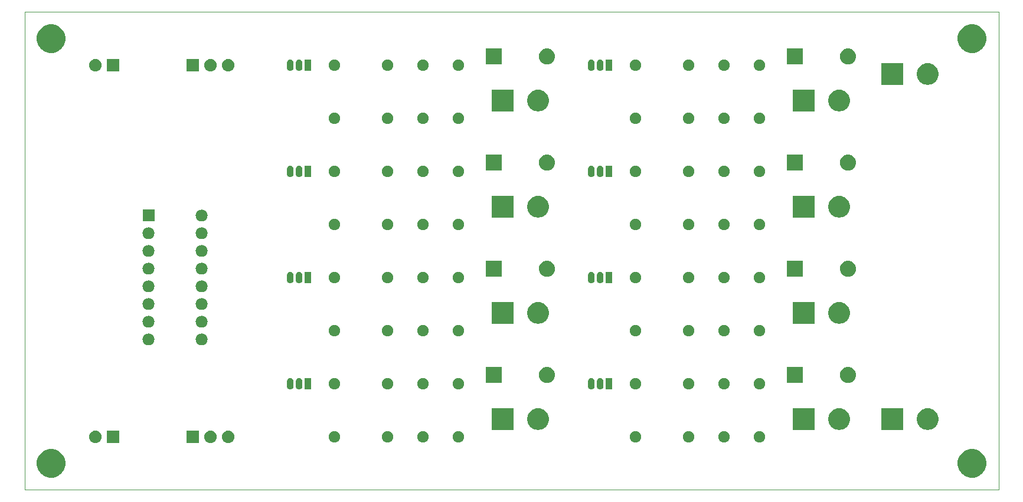
<source format=gbr>
G04 #@! TF.GenerationSoftware,KiCad,Pcbnew,(5.1.0-0)*
G04 #@! TF.CreationDate,2019-05-28T23:35:20+03:00*
G04 #@! TF.ProjectId,relelauta,72656c65-6c61-4757-9461-2e6b69636164,rev?*
G04 #@! TF.SameCoordinates,Original*
G04 #@! TF.FileFunction,Soldermask,Bot*
G04 #@! TF.FilePolarity,Negative*
%FSLAX46Y46*%
G04 Gerber Fmt 4.6, Leading zero omitted, Abs format (unit mm)*
G04 Created by KiCad (PCBNEW (5.1.0-0)) date 2019-05-28 23:35:20*
%MOMM*%
%LPD*%
G04 APERTURE LIST*
%ADD10C,0.050000*%
%ADD11C,0.100000*%
G04 APERTURE END LIST*
D10*
X43180000Y-106680000D02*
X43180000Y-38100000D01*
X182880000Y-106680000D02*
X43180000Y-106680000D01*
X182880000Y-38100000D02*
X182880000Y-106680000D01*
X43180000Y-38100000D02*
X182880000Y-38100000D01*
D11*
G36*
X179668254Y-100897818D02*
G01*
X180041511Y-101052426D01*
X180041513Y-101052427D01*
X180377436Y-101276884D01*
X180663116Y-101562564D01*
X180887574Y-101898489D01*
X181042182Y-102271746D01*
X181121000Y-102667993D01*
X181121000Y-103072007D01*
X181042182Y-103468254D01*
X180887574Y-103841511D01*
X180887573Y-103841513D01*
X180663116Y-104177436D01*
X180377436Y-104463116D01*
X180041513Y-104687573D01*
X180041512Y-104687574D01*
X180041511Y-104687574D01*
X179668254Y-104842182D01*
X179272007Y-104921000D01*
X178867993Y-104921000D01*
X178471746Y-104842182D01*
X178098489Y-104687574D01*
X178098488Y-104687574D01*
X178098487Y-104687573D01*
X177762564Y-104463116D01*
X177476884Y-104177436D01*
X177252427Y-103841513D01*
X177252426Y-103841511D01*
X177097818Y-103468254D01*
X177019000Y-103072007D01*
X177019000Y-102667993D01*
X177097818Y-102271746D01*
X177252426Y-101898489D01*
X177476884Y-101562564D01*
X177762564Y-101276884D01*
X178098487Y-101052427D01*
X178098489Y-101052426D01*
X178471746Y-100897818D01*
X178867993Y-100819000D01*
X179272007Y-100819000D01*
X179668254Y-100897818D01*
X179668254Y-100897818D01*
G37*
G36*
X47588254Y-100897818D02*
G01*
X47961511Y-101052426D01*
X47961513Y-101052427D01*
X48297436Y-101276884D01*
X48583116Y-101562564D01*
X48807574Y-101898489D01*
X48962182Y-102271746D01*
X49041000Y-102667993D01*
X49041000Y-103072007D01*
X48962182Y-103468254D01*
X48807574Y-103841511D01*
X48807573Y-103841513D01*
X48583116Y-104177436D01*
X48297436Y-104463116D01*
X47961513Y-104687573D01*
X47961512Y-104687574D01*
X47961511Y-104687574D01*
X47588254Y-104842182D01*
X47192007Y-104921000D01*
X46787993Y-104921000D01*
X46391746Y-104842182D01*
X46018489Y-104687574D01*
X46018488Y-104687574D01*
X46018487Y-104687573D01*
X45682564Y-104463116D01*
X45396884Y-104177436D01*
X45172427Y-103841513D01*
X45172426Y-103841511D01*
X45017818Y-103468254D01*
X44939000Y-103072007D01*
X44939000Y-102667993D01*
X45017818Y-102271746D01*
X45172426Y-101898489D01*
X45396884Y-101562564D01*
X45682564Y-101276884D01*
X46018487Y-101052427D01*
X46018489Y-101052426D01*
X46391746Y-100897818D01*
X46787993Y-100819000D01*
X47192007Y-100819000D01*
X47588254Y-100897818D01*
X47588254Y-100897818D01*
G37*
G36*
X68211000Y-99961000D02*
G01*
X66409000Y-99961000D01*
X66409000Y-98159000D01*
X68211000Y-98159000D01*
X68211000Y-99961000D01*
X68211000Y-99961000D01*
G37*
G36*
X56781000Y-99961000D02*
G01*
X54979000Y-99961000D01*
X54979000Y-98159000D01*
X56781000Y-98159000D01*
X56781000Y-99961000D01*
X56781000Y-99961000D01*
G37*
G36*
X53450443Y-98165519D02*
G01*
X53516627Y-98172037D01*
X53686466Y-98223557D01*
X53842991Y-98307222D01*
X53878729Y-98336552D01*
X53980186Y-98419814D01*
X54063448Y-98521271D01*
X54092778Y-98557009D01*
X54176443Y-98713534D01*
X54227963Y-98883373D01*
X54245359Y-99060000D01*
X54227963Y-99236627D01*
X54176443Y-99406466D01*
X54092778Y-99562991D01*
X54080251Y-99578255D01*
X53980186Y-99700186D01*
X53882357Y-99780471D01*
X53842991Y-99812778D01*
X53686466Y-99896443D01*
X53516627Y-99947963D01*
X53450443Y-99954481D01*
X53384260Y-99961000D01*
X53295740Y-99961000D01*
X53229557Y-99954481D01*
X53163373Y-99947963D01*
X52993534Y-99896443D01*
X52837009Y-99812778D01*
X52797643Y-99780471D01*
X52699814Y-99700186D01*
X52599749Y-99578255D01*
X52587222Y-99562991D01*
X52503557Y-99406466D01*
X52452037Y-99236627D01*
X52434641Y-99060000D01*
X52452037Y-98883373D01*
X52503557Y-98713534D01*
X52587222Y-98557009D01*
X52616552Y-98521271D01*
X52699814Y-98419814D01*
X52801271Y-98336552D01*
X52837009Y-98307222D01*
X52993534Y-98223557D01*
X53163373Y-98172037D01*
X53229557Y-98165519D01*
X53295740Y-98159000D01*
X53384260Y-98159000D01*
X53450443Y-98165519D01*
X53450443Y-98165519D01*
G37*
G36*
X72500443Y-98165519D02*
G01*
X72566627Y-98172037D01*
X72736466Y-98223557D01*
X72892991Y-98307222D01*
X72928729Y-98336552D01*
X73030186Y-98419814D01*
X73113448Y-98521271D01*
X73142778Y-98557009D01*
X73226443Y-98713534D01*
X73277963Y-98883373D01*
X73295359Y-99060000D01*
X73277963Y-99236627D01*
X73226443Y-99406466D01*
X73142778Y-99562991D01*
X73130251Y-99578255D01*
X73030186Y-99700186D01*
X72932357Y-99780471D01*
X72892991Y-99812778D01*
X72736466Y-99896443D01*
X72566627Y-99947963D01*
X72500443Y-99954481D01*
X72434260Y-99961000D01*
X72345740Y-99961000D01*
X72279557Y-99954481D01*
X72213373Y-99947963D01*
X72043534Y-99896443D01*
X71887009Y-99812778D01*
X71847643Y-99780471D01*
X71749814Y-99700186D01*
X71649749Y-99578255D01*
X71637222Y-99562991D01*
X71553557Y-99406466D01*
X71502037Y-99236627D01*
X71484641Y-99060000D01*
X71502037Y-98883373D01*
X71553557Y-98713534D01*
X71637222Y-98557009D01*
X71666552Y-98521271D01*
X71749814Y-98419814D01*
X71851271Y-98336552D01*
X71887009Y-98307222D01*
X72043534Y-98223557D01*
X72213373Y-98172037D01*
X72279557Y-98165519D01*
X72345740Y-98159000D01*
X72434260Y-98159000D01*
X72500443Y-98165519D01*
X72500443Y-98165519D01*
G37*
G36*
X69960443Y-98165519D02*
G01*
X70026627Y-98172037D01*
X70196466Y-98223557D01*
X70352991Y-98307222D01*
X70388729Y-98336552D01*
X70490186Y-98419814D01*
X70573448Y-98521271D01*
X70602778Y-98557009D01*
X70686443Y-98713534D01*
X70737963Y-98883373D01*
X70755359Y-99060000D01*
X70737963Y-99236627D01*
X70686443Y-99406466D01*
X70602778Y-99562991D01*
X70590251Y-99578255D01*
X70490186Y-99700186D01*
X70392357Y-99780471D01*
X70352991Y-99812778D01*
X70196466Y-99896443D01*
X70026627Y-99947963D01*
X69960443Y-99954481D01*
X69894260Y-99961000D01*
X69805740Y-99961000D01*
X69739557Y-99954481D01*
X69673373Y-99947963D01*
X69503534Y-99896443D01*
X69347009Y-99812778D01*
X69307643Y-99780471D01*
X69209814Y-99700186D01*
X69109749Y-99578255D01*
X69097222Y-99562991D01*
X69013557Y-99406466D01*
X68962037Y-99236627D01*
X68944641Y-99060000D01*
X68962037Y-98883373D01*
X69013557Y-98713534D01*
X69097222Y-98557009D01*
X69126552Y-98521271D01*
X69209814Y-98419814D01*
X69311271Y-98336552D01*
X69347009Y-98307222D01*
X69503534Y-98223557D01*
X69673373Y-98172037D01*
X69739557Y-98165519D01*
X69805740Y-98159000D01*
X69894260Y-98159000D01*
X69960443Y-98165519D01*
X69960443Y-98165519D01*
G37*
G36*
X87867142Y-98278242D02*
G01*
X88015101Y-98339529D01*
X88148255Y-98428499D01*
X88261501Y-98541745D01*
X88350471Y-98674899D01*
X88411758Y-98822858D01*
X88443000Y-98979925D01*
X88443000Y-99140075D01*
X88411758Y-99297142D01*
X88350471Y-99445101D01*
X88261501Y-99578255D01*
X88148255Y-99691501D01*
X88015101Y-99780471D01*
X87867142Y-99841758D01*
X87710075Y-99873000D01*
X87549925Y-99873000D01*
X87392858Y-99841758D01*
X87244899Y-99780471D01*
X87111745Y-99691501D01*
X86998499Y-99578255D01*
X86909529Y-99445101D01*
X86848242Y-99297142D01*
X86817000Y-99140075D01*
X86817000Y-98979925D01*
X86848242Y-98822858D01*
X86909529Y-98674899D01*
X86998499Y-98541745D01*
X87111745Y-98428499D01*
X87244899Y-98339529D01*
X87392858Y-98278242D01*
X87549925Y-98247000D01*
X87710075Y-98247000D01*
X87867142Y-98278242D01*
X87867142Y-98278242D01*
G37*
G36*
X143747142Y-98278242D02*
G01*
X143895101Y-98339529D01*
X144028255Y-98428499D01*
X144141501Y-98541745D01*
X144230471Y-98674899D01*
X144291758Y-98822858D01*
X144323000Y-98979925D01*
X144323000Y-99140075D01*
X144291758Y-99297142D01*
X144230471Y-99445101D01*
X144141501Y-99578255D01*
X144028255Y-99691501D01*
X143895101Y-99780471D01*
X143747142Y-99841758D01*
X143590075Y-99873000D01*
X143429925Y-99873000D01*
X143272858Y-99841758D01*
X143124899Y-99780471D01*
X142991745Y-99691501D01*
X142878499Y-99578255D01*
X142789529Y-99445101D01*
X142728242Y-99297142D01*
X142697000Y-99140075D01*
X142697000Y-98979925D01*
X142728242Y-98822858D01*
X142789529Y-98674899D01*
X142878499Y-98541745D01*
X142991745Y-98428499D01*
X143124899Y-98339529D01*
X143272858Y-98278242D01*
X143429925Y-98247000D01*
X143590075Y-98247000D01*
X143747142Y-98278242D01*
X143747142Y-98278242D01*
G37*
G36*
X131047142Y-98278242D02*
G01*
X131195101Y-98339529D01*
X131328255Y-98428499D01*
X131441501Y-98541745D01*
X131530471Y-98674899D01*
X131591758Y-98822858D01*
X131623000Y-98979925D01*
X131623000Y-99140075D01*
X131591758Y-99297142D01*
X131530471Y-99445101D01*
X131441501Y-99578255D01*
X131328255Y-99691501D01*
X131195101Y-99780471D01*
X131047142Y-99841758D01*
X130890075Y-99873000D01*
X130729925Y-99873000D01*
X130572858Y-99841758D01*
X130424899Y-99780471D01*
X130291745Y-99691501D01*
X130178499Y-99578255D01*
X130089529Y-99445101D01*
X130028242Y-99297142D01*
X129997000Y-99140075D01*
X129997000Y-98979925D01*
X130028242Y-98822858D01*
X130089529Y-98674899D01*
X130178499Y-98541745D01*
X130291745Y-98428499D01*
X130424899Y-98339529D01*
X130572858Y-98278242D01*
X130729925Y-98247000D01*
X130890075Y-98247000D01*
X131047142Y-98278242D01*
X131047142Y-98278242D01*
G37*
G36*
X138667142Y-98278242D02*
G01*
X138815101Y-98339529D01*
X138948255Y-98428499D01*
X139061501Y-98541745D01*
X139150471Y-98674899D01*
X139211758Y-98822858D01*
X139243000Y-98979925D01*
X139243000Y-99140075D01*
X139211758Y-99297142D01*
X139150471Y-99445101D01*
X139061501Y-99578255D01*
X138948255Y-99691501D01*
X138815101Y-99780471D01*
X138667142Y-99841758D01*
X138510075Y-99873000D01*
X138349925Y-99873000D01*
X138192858Y-99841758D01*
X138044899Y-99780471D01*
X137911745Y-99691501D01*
X137798499Y-99578255D01*
X137709529Y-99445101D01*
X137648242Y-99297142D01*
X137617000Y-99140075D01*
X137617000Y-98979925D01*
X137648242Y-98822858D01*
X137709529Y-98674899D01*
X137798499Y-98541745D01*
X137911745Y-98428499D01*
X138044899Y-98339529D01*
X138192858Y-98278242D01*
X138349925Y-98247000D01*
X138510075Y-98247000D01*
X138667142Y-98278242D01*
X138667142Y-98278242D01*
G37*
G36*
X148827142Y-98278242D02*
G01*
X148975101Y-98339529D01*
X149108255Y-98428499D01*
X149221501Y-98541745D01*
X149310471Y-98674899D01*
X149371758Y-98822858D01*
X149403000Y-98979925D01*
X149403000Y-99140075D01*
X149371758Y-99297142D01*
X149310471Y-99445101D01*
X149221501Y-99578255D01*
X149108255Y-99691501D01*
X148975101Y-99780471D01*
X148827142Y-99841758D01*
X148670075Y-99873000D01*
X148509925Y-99873000D01*
X148352858Y-99841758D01*
X148204899Y-99780471D01*
X148071745Y-99691501D01*
X147958499Y-99578255D01*
X147869529Y-99445101D01*
X147808242Y-99297142D01*
X147777000Y-99140075D01*
X147777000Y-98979925D01*
X147808242Y-98822858D01*
X147869529Y-98674899D01*
X147958499Y-98541745D01*
X148071745Y-98428499D01*
X148204899Y-98339529D01*
X148352858Y-98278242D01*
X148509925Y-98247000D01*
X148670075Y-98247000D01*
X148827142Y-98278242D01*
X148827142Y-98278242D01*
G37*
G36*
X95487142Y-98278242D02*
G01*
X95635101Y-98339529D01*
X95768255Y-98428499D01*
X95881501Y-98541745D01*
X95970471Y-98674899D01*
X96031758Y-98822858D01*
X96063000Y-98979925D01*
X96063000Y-99140075D01*
X96031758Y-99297142D01*
X95970471Y-99445101D01*
X95881501Y-99578255D01*
X95768255Y-99691501D01*
X95635101Y-99780471D01*
X95487142Y-99841758D01*
X95330075Y-99873000D01*
X95169925Y-99873000D01*
X95012858Y-99841758D01*
X94864899Y-99780471D01*
X94731745Y-99691501D01*
X94618499Y-99578255D01*
X94529529Y-99445101D01*
X94468242Y-99297142D01*
X94437000Y-99140075D01*
X94437000Y-98979925D01*
X94468242Y-98822858D01*
X94529529Y-98674899D01*
X94618499Y-98541745D01*
X94731745Y-98428499D01*
X94864899Y-98339529D01*
X95012858Y-98278242D01*
X95169925Y-98247000D01*
X95330075Y-98247000D01*
X95487142Y-98278242D01*
X95487142Y-98278242D01*
G37*
G36*
X100567142Y-98278242D02*
G01*
X100715101Y-98339529D01*
X100848255Y-98428499D01*
X100961501Y-98541745D01*
X101050471Y-98674899D01*
X101111758Y-98822858D01*
X101143000Y-98979925D01*
X101143000Y-99140075D01*
X101111758Y-99297142D01*
X101050471Y-99445101D01*
X100961501Y-99578255D01*
X100848255Y-99691501D01*
X100715101Y-99780471D01*
X100567142Y-99841758D01*
X100410075Y-99873000D01*
X100249925Y-99873000D01*
X100092858Y-99841758D01*
X99944899Y-99780471D01*
X99811745Y-99691501D01*
X99698499Y-99578255D01*
X99609529Y-99445101D01*
X99548242Y-99297142D01*
X99517000Y-99140075D01*
X99517000Y-98979925D01*
X99548242Y-98822858D01*
X99609529Y-98674899D01*
X99698499Y-98541745D01*
X99811745Y-98428499D01*
X99944899Y-98339529D01*
X100092858Y-98278242D01*
X100249925Y-98247000D01*
X100410075Y-98247000D01*
X100567142Y-98278242D01*
X100567142Y-98278242D01*
G37*
G36*
X105647142Y-98278242D02*
G01*
X105795101Y-98339529D01*
X105928255Y-98428499D01*
X106041501Y-98541745D01*
X106130471Y-98674899D01*
X106191758Y-98822858D01*
X106223000Y-98979925D01*
X106223000Y-99140075D01*
X106191758Y-99297142D01*
X106130471Y-99445101D01*
X106041501Y-99578255D01*
X105928255Y-99691501D01*
X105795101Y-99780471D01*
X105647142Y-99841758D01*
X105490075Y-99873000D01*
X105329925Y-99873000D01*
X105172858Y-99841758D01*
X105024899Y-99780471D01*
X104891745Y-99691501D01*
X104778499Y-99578255D01*
X104689529Y-99445101D01*
X104628242Y-99297142D01*
X104597000Y-99140075D01*
X104597000Y-98979925D01*
X104628242Y-98822858D01*
X104689529Y-98674899D01*
X104778499Y-98541745D01*
X104891745Y-98428499D01*
X105024899Y-98339529D01*
X105172858Y-98278242D01*
X105329925Y-98247000D01*
X105490075Y-98247000D01*
X105647142Y-98278242D01*
X105647142Y-98278242D01*
G37*
G36*
X173022585Y-94998802D02*
G01*
X173172410Y-95028604D01*
X173454674Y-95145521D01*
X173708705Y-95315259D01*
X173924741Y-95531295D01*
X174094479Y-95785326D01*
X174211396Y-96067590D01*
X174271000Y-96367240D01*
X174271000Y-96672760D01*
X174211396Y-96972410D01*
X174094479Y-97254674D01*
X173924741Y-97508705D01*
X173708705Y-97724741D01*
X173454674Y-97894479D01*
X173172410Y-98011396D01*
X173022585Y-98041198D01*
X172872761Y-98071000D01*
X172567239Y-98071000D01*
X172417415Y-98041198D01*
X172267590Y-98011396D01*
X171985326Y-97894479D01*
X171731295Y-97724741D01*
X171515259Y-97508705D01*
X171345521Y-97254674D01*
X171228604Y-96972410D01*
X171169000Y-96672760D01*
X171169000Y-96367240D01*
X171228604Y-96067590D01*
X171345521Y-95785326D01*
X171515259Y-95531295D01*
X171731295Y-95315259D01*
X171985326Y-95145521D01*
X172267590Y-95028604D01*
X172417415Y-94998802D01*
X172567239Y-94969000D01*
X172872761Y-94969000D01*
X173022585Y-94998802D01*
X173022585Y-94998802D01*
G37*
G36*
X156491000Y-98071000D02*
G01*
X153389000Y-98071000D01*
X153389000Y-94969000D01*
X156491000Y-94969000D01*
X156491000Y-98071000D01*
X156491000Y-98071000D01*
G37*
G36*
X160322585Y-94998802D02*
G01*
X160472410Y-95028604D01*
X160754674Y-95145521D01*
X161008705Y-95315259D01*
X161224741Y-95531295D01*
X161394479Y-95785326D01*
X161511396Y-96067590D01*
X161571000Y-96367240D01*
X161571000Y-96672760D01*
X161511396Y-96972410D01*
X161394479Y-97254674D01*
X161224741Y-97508705D01*
X161008705Y-97724741D01*
X160754674Y-97894479D01*
X160472410Y-98011396D01*
X160322585Y-98041198D01*
X160172761Y-98071000D01*
X159867239Y-98071000D01*
X159717415Y-98041198D01*
X159567590Y-98011396D01*
X159285326Y-97894479D01*
X159031295Y-97724741D01*
X158815259Y-97508705D01*
X158645521Y-97254674D01*
X158528604Y-96972410D01*
X158469000Y-96672760D01*
X158469000Y-96367240D01*
X158528604Y-96067590D01*
X158645521Y-95785326D01*
X158815259Y-95531295D01*
X159031295Y-95315259D01*
X159285326Y-95145521D01*
X159567590Y-95028604D01*
X159717415Y-94998802D01*
X159867239Y-94969000D01*
X160172761Y-94969000D01*
X160322585Y-94998802D01*
X160322585Y-94998802D01*
G37*
G36*
X113311000Y-98071000D02*
G01*
X110209000Y-98071000D01*
X110209000Y-94969000D01*
X113311000Y-94969000D01*
X113311000Y-98071000D01*
X113311000Y-98071000D01*
G37*
G36*
X117142585Y-94998802D02*
G01*
X117292410Y-95028604D01*
X117574674Y-95145521D01*
X117828705Y-95315259D01*
X118044741Y-95531295D01*
X118214479Y-95785326D01*
X118331396Y-96067590D01*
X118391000Y-96367240D01*
X118391000Y-96672760D01*
X118331396Y-96972410D01*
X118214479Y-97254674D01*
X118044741Y-97508705D01*
X117828705Y-97724741D01*
X117574674Y-97894479D01*
X117292410Y-98011396D01*
X117142585Y-98041198D01*
X116992761Y-98071000D01*
X116687239Y-98071000D01*
X116537415Y-98041198D01*
X116387590Y-98011396D01*
X116105326Y-97894479D01*
X115851295Y-97724741D01*
X115635259Y-97508705D01*
X115465521Y-97254674D01*
X115348604Y-96972410D01*
X115289000Y-96672760D01*
X115289000Y-96367240D01*
X115348604Y-96067590D01*
X115465521Y-95785326D01*
X115635259Y-95531295D01*
X115851295Y-95315259D01*
X116105326Y-95145521D01*
X116387590Y-95028604D01*
X116537415Y-94998802D01*
X116687239Y-94969000D01*
X116992761Y-94969000D01*
X117142585Y-94998802D01*
X117142585Y-94998802D01*
G37*
G36*
X169191000Y-98071000D02*
G01*
X166089000Y-98071000D01*
X166089000Y-94969000D01*
X169191000Y-94969000D01*
X169191000Y-98071000D01*
X169191000Y-98071000D01*
G37*
G36*
X131047142Y-90658242D02*
G01*
X131195101Y-90719529D01*
X131328255Y-90808499D01*
X131441501Y-90921745D01*
X131530471Y-91054899D01*
X131591758Y-91202858D01*
X131623000Y-91359925D01*
X131623000Y-91520075D01*
X131591758Y-91677142D01*
X131530471Y-91825101D01*
X131441501Y-91958255D01*
X131328255Y-92071501D01*
X131195101Y-92160471D01*
X131047142Y-92221758D01*
X130890075Y-92253000D01*
X130729925Y-92253000D01*
X130572858Y-92221758D01*
X130424899Y-92160471D01*
X130291745Y-92071501D01*
X130178499Y-91958255D01*
X130089529Y-91825101D01*
X130028242Y-91677142D01*
X129997000Y-91520075D01*
X129997000Y-91359925D01*
X130028242Y-91202858D01*
X130089529Y-91054899D01*
X130178499Y-90921745D01*
X130291745Y-90808499D01*
X130424899Y-90719529D01*
X130572858Y-90658242D01*
X130729925Y-90627000D01*
X130890075Y-90627000D01*
X131047142Y-90658242D01*
X131047142Y-90658242D01*
G37*
G36*
X100567142Y-90658242D02*
G01*
X100715101Y-90719529D01*
X100848255Y-90808499D01*
X100961501Y-90921745D01*
X101050471Y-91054899D01*
X101111758Y-91202858D01*
X101143000Y-91359925D01*
X101143000Y-91520075D01*
X101111758Y-91677142D01*
X101050471Y-91825101D01*
X100961501Y-91958255D01*
X100848255Y-92071501D01*
X100715101Y-92160471D01*
X100567142Y-92221758D01*
X100410075Y-92253000D01*
X100249925Y-92253000D01*
X100092858Y-92221758D01*
X99944899Y-92160471D01*
X99811745Y-92071501D01*
X99698499Y-91958255D01*
X99609529Y-91825101D01*
X99548242Y-91677142D01*
X99517000Y-91520075D01*
X99517000Y-91359925D01*
X99548242Y-91202858D01*
X99609529Y-91054899D01*
X99698499Y-90921745D01*
X99811745Y-90808499D01*
X99944899Y-90719529D01*
X100092858Y-90658242D01*
X100249925Y-90627000D01*
X100410075Y-90627000D01*
X100567142Y-90658242D01*
X100567142Y-90658242D01*
G37*
G36*
X105647142Y-90658242D02*
G01*
X105795101Y-90719529D01*
X105928255Y-90808499D01*
X106041501Y-90921745D01*
X106130471Y-91054899D01*
X106191758Y-91202858D01*
X106223000Y-91359925D01*
X106223000Y-91520075D01*
X106191758Y-91677142D01*
X106130471Y-91825101D01*
X106041501Y-91958255D01*
X105928255Y-92071501D01*
X105795101Y-92160471D01*
X105647142Y-92221758D01*
X105490075Y-92253000D01*
X105329925Y-92253000D01*
X105172858Y-92221758D01*
X105024899Y-92160471D01*
X104891745Y-92071501D01*
X104778499Y-91958255D01*
X104689529Y-91825101D01*
X104628242Y-91677142D01*
X104597000Y-91520075D01*
X104597000Y-91359925D01*
X104628242Y-91202858D01*
X104689529Y-91054899D01*
X104778499Y-90921745D01*
X104891745Y-90808499D01*
X105024899Y-90719529D01*
X105172858Y-90658242D01*
X105329925Y-90627000D01*
X105490075Y-90627000D01*
X105647142Y-90658242D01*
X105647142Y-90658242D01*
G37*
G36*
X138667142Y-90658242D02*
G01*
X138815101Y-90719529D01*
X138948255Y-90808499D01*
X139061501Y-90921745D01*
X139150471Y-91054899D01*
X139211758Y-91202858D01*
X139243000Y-91359925D01*
X139243000Y-91520075D01*
X139211758Y-91677142D01*
X139150471Y-91825101D01*
X139061501Y-91958255D01*
X138948255Y-92071501D01*
X138815101Y-92160471D01*
X138667142Y-92221758D01*
X138510075Y-92253000D01*
X138349925Y-92253000D01*
X138192858Y-92221758D01*
X138044899Y-92160471D01*
X137911745Y-92071501D01*
X137798499Y-91958255D01*
X137709529Y-91825101D01*
X137648242Y-91677142D01*
X137617000Y-91520075D01*
X137617000Y-91359925D01*
X137648242Y-91202858D01*
X137709529Y-91054899D01*
X137798499Y-90921745D01*
X137911745Y-90808499D01*
X138044899Y-90719529D01*
X138192858Y-90658242D01*
X138349925Y-90627000D01*
X138510075Y-90627000D01*
X138667142Y-90658242D01*
X138667142Y-90658242D01*
G37*
G36*
X143747142Y-90658242D02*
G01*
X143895101Y-90719529D01*
X144028255Y-90808499D01*
X144141501Y-90921745D01*
X144230471Y-91054899D01*
X144291758Y-91202858D01*
X144323000Y-91359925D01*
X144323000Y-91520075D01*
X144291758Y-91677142D01*
X144230471Y-91825101D01*
X144141501Y-91958255D01*
X144028255Y-92071501D01*
X143895101Y-92160471D01*
X143747142Y-92221758D01*
X143590075Y-92253000D01*
X143429925Y-92253000D01*
X143272858Y-92221758D01*
X143124899Y-92160471D01*
X142991745Y-92071501D01*
X142878499Y-91958255D01*
X142789529Y-91825101D01*
X142728242Y-91677142D01*
X142697000Y-91520075D01*
X142697000Y-91359925D01*
X142728242Y-91202858D01*
X142789529Y-91054899D01*
X142878499Y-90921745D01*
X142991745Y-90808499D01*
X143124899Y-90719529D01*
X143272858Y-90658242D01*
X143429925Y-90627000D01*
X143590075Y-90627000D01*
X143747142Y-90658242D01*
X143747142Y-90658242D01*
G37*
G36*
X148827142Y-90658242D02*
G01*
X148975101Y-90719529D01*
X149108255Y-90808499D01*
X149221501Y-90921745D01*
X149310471Y-91054899D01*
X149371758Y-91202858D01*
X149403000Y-91359925D01*
X149403000Y-91520075D01*
X149371758Y-91677142D01*
X149310471Y-91825101D01*
X149221501Y-91958255D01*
X149108255Y-92071501D01*
X148975101Y-92160471D01*
X148827142Y-92221758D01*
X148670075Y-92253000D01*
X148509925Y-92253000D01*
X148352858Y-92221758D01*
X148204899Y-92160471D01*
X148071745Y-92071501D01*
X147958499Y-91958255D01*
X147869529Y-91825101D01*
X147808242Y-91677142D01*
X147777000Y-91520075D01*
X147777000Y-91359925D01*
X147808242Y-91202858D01*
X147869529Y-91054899D01*
X147958499Y-90921745D01*
X148071745Y-90808499D01*
X148204899Y-90719529D01*
X148352858Y-90658242D01*
X148509925Y-90627000D01*
X148670075Y-90627000D01*
X148827142Y-90658242D01*
X148827142Y-90658242D01*
G37*
G36*
X87867142Y-90658242D02*
G01*
X88015101Y-90719529D01*
X88148255Y-90808499D01*
X88261501Y-90921745D01*
X88350471Y-91054899D01*
X88411758Y-91202858D01*
X88443000Y-91359925D01*
X88443000Y-91520075D01*
X88411758Y-91677142D01*
X88350471Y-91825101D01*
X88261501Y-91958255D01*
X88148255Y-92071501D01*
X88015101Y-92160471D01*
X87867142Y-92221758D01*
X87710075Y-92253000D01*
X87549925Y-92253000D01*
X87392858Y-92221758D01*
X87244899Y-92160471D01*
X87111745Y-92071501D01*
X86998499Y-91958255D01*
X86909529Y-91825101D01*
X86848242Y-91677142D01*
X86817000Y-91520075D01*
X86817000Y-91359925D01*
X86848242Y-91202858D01*
X86909529Y-91054899D01*
X86998499Y-90921745D01*
X87111745Y-90808499D01*
X87244899Y-90719529D01*
X87392858Y-90658242D01*
X87549925Y-90627000D01*
X87710075Y-90627000D01*
X87867142Y-90658242D01*
X87867142Y-90658242D01*
G37*
G36*
X95487142Y-90658242D02*
G01*
X95635101Y-90719529D01*
X95768255Y-90808499D01*
X95881501Y-90921745D01*
X95970471Y-91054899D01*
X96031758Y-91202858D01*
X96063000Y-91359925D01*
X96063000Y-91520075D01*
X96031758Y-91677142D01*
X95970471Y-91825101D01*
X95881501Y-91958255D01*
X95768255Y-92071501D01*
X95635101Y-92160471D01*
X95487142Y-92221758D01*
X95330075Y-92253000D01*
X95169925Y-92253000D01*
X95012858Y-92221758D01*
X94864899Y-92160471D01*
X94731745Y-92071501D01*
X94618499Y-91958255D01*
X94529529Y-91825101D01*
X94468242Y-91677142D01*
X94437000Y-91520075D01*
X94437000Y-91359925D01*
X94468242Y-91202858D01*
X94529529Y-91054899D01*
X94618499Y-90921745D01*
X94731745Y-90808499D01*
X94864899Y-90719529D01*
X95012858Y-90658242D01*
X95169925Y-90627000D01*
X95330075Y-90627000D01*
X95487142Y-90658242D01*
X95487142Y-90658242D01*
G37*
G36*
X81378212Y-90646249D02*
G01*
X81472651Y-90674897D01*
X81559687Y-90721418D01*
X81635975Y-90784025D01*
X81698582Y-90860313D01*
X81745103Y-90947348D01*
X81773751Y-91041787D01*
X81781000Y-91115388D01*
X81781000Y-91764612D01*
X81773751Y-91838213D01*
X81745103Y-91932652D01*
X81698582Y-92019687D01*
X81635975Y-92095975D01*
X81559687Y-92158582D01*
X81472652Y-92205103D01*
X81378213Y-92233751D01*
X81280000Y-92243424D01*
X81181788Y-92233751D01*
X81087349Y-92205103D01*
X81000314Y-92158582D01*
X80924026Y-92095975D01*
X80861419Y-92019687D01*
X80814898Y-91932652D01*
X80786250Y-91838213D01*
X80779001Y-91764612D01*
X80779000Y-91764602D01*
X80779000Y-91115389D01*
X80786249Y-91041788D01*
X80814897Y-90947349D01*
X80861418Y-90860313D01*
X80924025Y-90784025D01*
X81000313Y-90721418D01*
X81087348Y-90674897D01*
X81181787Y-90646249D01*
X81280000Y-90636576D01*
X81378212Y-90646249D01*
X81378212Y-90646249D01*
G37*
G36*
X82648212Y-90646249D02*
G01*
X82742651Y-90674897D01*
X82829687Y-90721418D01*
X82905975Y-90784025D01*
X82968582Y-90860313D01*
X83015103Y-90947348D01*
X83043751Y-91041787D01*
X83051000Y-91115388D01*
X83051000Y-91764612D01*
X83043751Y-91838213D01*
X83015103Y-91932652D01*
X82968582Y-92019687D01*
X82905975Y-92095975D01*
X82829687Y-92158582D01*
X82742652Y-92205103D01*
X82648213Y-92233751D01*
X82550000Y-92243424D01*
X82451788Y-92233751D01*
X82357349Y-92205103D01*
X82270314Y-92158582D01*
X82194026Y-92095975D01*
X82131419Y-92019687D01*
X82084898Y-91932652D01*
X82056250Y-91838213D01*
X82049001Y-91764612D01*
X82049000Y-91764602D01*
X82049000Y-91115389D01*
X82056249Y-91041788D01*
X82084897Y-90947349D01*
X82131418Y-90860313D01*
X82194025Y-90784025D01*
X82270313Y-90721418D01*
X82357348Y-90674897D01*
X82451787Y-90646249D01*
X82550000Y-90636576D01*
X82648212Y-90646249D01*
X82648212Y-90646249D01*
G37*
G36*
X124558212Y-90646249D02*
G01*
X124652651Y-90674897D01*
X124739687Y-90721418D01*
X124815975Y-90784025D01*
X124878582Y-90860313D01*
X124925103Y-90947348D01*
X124953751Y-91041787D01*
X124961000Y-91115388D01*
X124961000Y-91764612D01*
X124953751Y-91838213D01*
X124925103Y-91932652D01*
X124878582Y-92019687D01*
X124815975Y-92095975D01*
X124739687Y-92158582D01*
X124652652Y-92205103D01*
X124558213Y-92233751D01*
X124460000Y-92243424D01*
X124361788Y-92233751D01*
X124267349Y-92205103D01*
X124180314Y-92158582D01*
X124104026Y-92095975D01*
X124041419Y-92019687D01*
X123994898Y-91932652D01*
X123966250Y-91838213D01*
X123959001Y-91764612D01*
X123959000Y-91764602D01*
X123959000Y-91115389D01*
X123966249Y-91041788D01*
X123994897Y-90947349D01*
X124041418Y-90860313D01*
X124104025Y-90784025D01*
X124180313Y-90721418D01*
X124267348Y-90674897D01*
X124361787Y-90646249D01*
X124460000Y-90636576D01*
X124558212Y-90646249D01*
X124558212Y-90646249D01*
G37*
G36*
X125828212Y-90646249D02*
G01*
X125922651Y-90674897D01*
X126009687Y-90721418D01*
X126085975Y-90784025D01*
X126148582Y-90860313D01*
X126195103Y-90947348D01*
X126223751Y-91041787D01*
X126231000Y-91115388D01*
X126231000Y-91764612D01*
X126223751Y-91838213D01*
X126195103Y-91932652D01*
X126148582Y-92019687D01*
X126085975Y-92095975D01*
X126009687Y-92158582D01*
X125922652Y-92205103D01*
X125828213Y-92233751D01*
X125730000Y-92243424D01*
X125631788Y-92233751D01*
X125537349Y-92205103D01*
X125450314Y-92158582D01*
X125374026Y-92095975D01*
X125311419Y-92019687D01*
X125264898Y-91932652D01*
X125236250Y-91838213D01*
X125229001Y-91764612D01*
X125229000Y-91764602D01*
X125229000Y-91115389D01*
X125236249Y-91041788D01*
X125264897Y-90947349D01*
X125311418Y-90860313D01*
X125374025Y-90784025D01*
X125450313Y-90721418D01*
X125537348Y-90674897D01*
X125631787Y-90646249D01*
X125730000Y-90636576D01*
X125828212Y-90646249D01*
X125828212Y-90646249D01*
G37*
G36*
X84321000Y-92241000D02*
G01*
X83319000Y-92241000D01*
X83319000Y-90639000D01*
X84321000Y-90639000D01*
X84321000Y-92241000D01*
X84321000Y-92241000D01*
G37*
G36*
X127501000Y-92241000D02*
G01*
X126499000Y-92241000D01*
X126499000Y-90639000D01*
X127501000Y-90639000D01*
X127501000Y-92241000D01*
X127501000Y-92241000D01*
G37*
G36*
X161459271Y-89030103D02*
G01*
X161515635Y-89035654D01*
X161732600Y-89101470D01*
X161732602Y-89101471D01*
X161932555Y-89208347D01*
X162107818Y-89352182D01*
X162251653Y-89527445D01*
X162358529Y-89727398D01*
X162424346Y-89944366D01*
X162446569Y-90170000D01*
X162424346Y-90395634D01*
X162358529Y-90612602D01*
X162251653Y-90812555D01*
X162107818Y-90987818D01*
X161932555Y-91131653D01*
X161799340Y-91202857D01*
X161732600Y-91238530D01*
X161515635Y-91304346D01*
X161459271Y-91309897D01*
X161346545Y-91321000D01*
X161233455Y-91321000D01*
X161120729Y-91309897D01*
X161064365Y-91304346D01*
X160847400Y-91238530D01*
X160780660Y-91202857D01*
X160647445Y-91131653D01*
X160472182Y-90987818D01*
X160328347Y-90812555D01*
X160221471Y-90612602D01*
X160155654Y-90395634D01*
X160133431Y-90170000D01*
X160155654Y-89944366D01*
X160221471Y-89727398D01*
X160328347Y-89527445D01*
X160472182Y-89352182D01*
X160647445Y-89208347D01*
X160847398Y-89101471D01*
X160847400Y-89101470D01*
X161064365Y-89035654D01*
X161120729Y-89030103D01*
X161233455Y-89019000D01*
X161346545Y-89019000D01*
X161459271Y-89030103D01*
X161459271Y-89030103D01*
G37*
G36*
X154821000Y-91321000D02*
G01*
X152519000Y-91321000D01*
X152519000Y-89019000D01*
X154821000Y-89019000D01*
X154821000Y-91321000D01*
X154821000Y-91321000D01*
G37*
G36*
X118279271Y-89030103D02*
G01*
X118335635Y-89035654D01*
X118552600Y-89101470D01*
X118552602Y-89101471D01*
X118752555Y-89208347D01*
X118927818Y-89352182D01*
X119071653Y-89527445D01*
X119178529Y-89727398D01*
X119244346Y-89944366D01*
X119266569Y-90170000D01*
X119244346Y-90395634D01*
X119178529Y-90612602D01*
X119071653Y-90812555D01*
X118927818Y-90987818D01*
X118752555Y-91131653D01*
X118619340Y-91202857D01*
X118552600Y-91238530D01*
X118335635Y-91304346D01*
X118279271Y-91309897D01*
X118166545Y-91321000D01*
X118053455Y-91321000D01*
X117940729Y-91309897D01*
X117884365Y-91304346D01*
X117667400Y-91238530D01*
X117600660Y-91202857D01*
X117467445Y-91131653D01*
X117292182Y-90987818D01*
X117148347Y-90812555D01*
X117041471Y-90612602D01*
X116975654Y-90395634D01*
X116953431Y-90170000D01*
X116975654Y-89944366D01*
X117041471Y-89727398D01*
X117148347Y-89527445D01*
X117292182Y-89352182D01*
X117467445Y-89208347D01*
X117667398Y-89101471D01*
X117667400Y-89101470D01*
X117884365Y-89035654D01*
X117940729Y-89030103D01*
X118053455Y-89019000D01*
X118166545Y-89019000D01*
X118279271Y-89030103D01*
X118279271Y-89030103D01*
G37*
G36*
X111641000Y-91321000D02*
G01*
X109339000Y-91321000D01*
X109339000Y-89019000D01*
X111641000Y-89019000D01*
X111641000Y-91321000D01*
X111641000Y-91321000D01*
G37*
G36*
X61126823Y-84251313D02*
G01*
X61287242Y-84299976D01*
X61419906Y-84370886D01*
X61435078Y-84378996D01*
X61564659Y-84485341D01*
X61671004Y-84614922D01*
X61671005Y-84614924D01*
X61750024Y-84762758D01*
X61798687Y-84923177D01*
X61815117Y-85090000D01*
X61798687Y-85256823D01*
X61750024Y-85417242D01*
X61679114Y-85549906D01*
X61671004Y-85565078D01*
X61564659Y-85694659D01*
X61435078Y-85801004D01*
X61435076Y-85801005D01*
X61287242Y-85880024D01*
X61126823Y-85928687D01*
X61001804Y-85941000D01*
X60918196Y-85941000D01*
X60793177Y-85928687D01*
X60632758Y-85880024D01*
X60484924Y-85801005D01*
X60484922Y-85801004D01*
X60355341Y-85694659D01*
X60248996Y-85565078D01*
X60240886Y-85549906D01*
X60169976Y-85417242D01*
X60121313Y-85256823D01*
X60104883Y-85090000D01*
X60121313Y-84923177D01*
X60169976Y-84762758D01*
X60248995Y-84614924D01*
X60248996Y-84614922D01*
X60355341Y-84485341D01*
X60484922Y-84378996D01*
X60500094Y-84370886D01*
X60632758Y-84299976D01*
X60793177Y-84251313D01*
X60918196Y-84239000D01*
X61001804Y-84239000D01*
X61126823Y-84251313D01*
X61126823Y-84251313D01*
G37*
G36*
X68746823Y-84251313D02*
G01*
X68907242Y-84299976D01*
X69039906Y-84370886D01*
X69055078Y-84378996D01*
X69184659Y-84485341D01*
X69291004Y-84614922D01*
X69291005Y-84614924D01*
X69370024Y-84762758D01*
X69418687Y-84923177D01*
X69435117Y-85090000D01*
X69418687Y-85256823D01*
X69370024Y-85417242D01*
X69299114Y-85549906D01*
X69291004Y-85565078D01*
X69184659Y-85694659D01*
X69055078Y-85801004D01*
X69055076Y-85801005D01*
X68907242Y-85880024D01*
X68746823Y-85928687D01*
X68621804Y-85941000D01*
X68538196Y-85941000D01*
X68413177Y-85928687D01*
X68252758Y-85880024D01*
X68104924Y-85801005D01*
X68104922Y-85801004D01*
X67975341Y-85694659D01*
X67868996Y-85565078D01*
X67860886Y-85549906D01*
X67789976Y-85417242D01*
X67741313Y-85256823D01*
X67724883Y-85090000D01*
X67741313Y-84923177D01*
X67789976Y-84762758D01*
X67868995Y-84614924D01*
X67868996Y-84614922D01*
X67975341Y-84485341D01*
X68104922Y-84378996D01*
X68120094Y-84370886D01*
X68252758Y-84299976D01*
X68413177Y-84251313D01*
X68538196Y-84239000D01*
X68621804Y-84239000D01*
X68746823Y-84251313D01*
X68746823Y-84251313D01*
G37*
G36*
X100567142Y-83038242D02*
G01*
X100715101Y-83099529D01*
X100848255Y-83188499D01*
X100961501Y-83301745D01*
X101050471Y-83434899D01*
X101111758Y-83582858D01*
X101143000Y-83739925D01*
X101143000Y-83900075D01*
X101111758Y-84057142D01*
X101050471Y-84205101D01*
X100961501Y-84338255D01*
X100848255Y-84451501D01*
X100715101Y-84540471D01*
X100567142Y-84601758D01*
X100410075Y-84633000D01*
X100249925Y-84633000D01*
X100092858Y-84601758D01*
X99944899Y-84540471D01*
X99811745Y-84451501D01*
X99698499Y-84338255D01*
X99609529Y-84205101D01*
X99548242Y-84057142D01*
X99517000Y-83900075D01*
X99517000Y-83739925D01*
X99548242Y-83582858D01*
X99609529Y-83434899D01*
X99698499Y-83301745D01*
X99811745Y-83188499D01*
X99944899Y-83099529D01*
X100092858Y-83038242D01*
X100249925Y-83007000D01*
X100410075Y-83007000D01*
X100567142Y-83038242D01*
X100567142Y-83038242D01*
G37*
G36*
X131047142Y-83038242D02*
G01*
X131195101Y-83099529D01*
X131328255Y-83188499D01*
X131441501Y-83301745D01*
X131530471Y-83434899D01*
X131591758Y-83582858D01*
X131623000Y-83739925D01*
X131623000Y-83900075D01*
X131591758Y-84057142D01*
X131530471Y-84205101D01*
X131441501Y-84338255D01*
X131328255Y-84451501D01*
X131195101Y-84540471D01*
X131047142Y-84601758D01*
X130890075Y-84633000D01*
X130729925Y-84633000D01*
X130572858Y-84601758D01*
X130424899Y-84540471D01*
X130291745Y-84451501D01*
X130178499Y-84338255D01*
X130089529Y-84205101D01*
X130028242Y-84057142D01*
X129997000Y-83900075D01*
X129997000Y-83739925D01*
X130028242Y-83582858D01*
X130089529Y-83434899D01*
X130178499Y-83301745D01*
X130291745Y-83188499D01*
X130424899Y-83099529D01*
X130572858Y-83038242D01*
X130729925Y-83007000D01*
X130890075Y-83007000D01*
X131047142Y-83038242D01*
X131047142Y-83038242D01*
G37*
G36*
X138667142Y-83038242D02*
G01*
X138815101Y-83099529D01*
X138948255Y-83188499D01*
X139061501Y-83301745D01*
X139150471Y-83434899D01*
X139211758Y-83582858D01*
X139243000Y-83739925D01*
X139243000Y-83900075D01*
X139211758Y-84057142D01*
X139150471Y-84205101D01*
X139061501Y-84338255D01*
X138948255Y-84451501D01*
X138815101Y-84540471D01*
X138667142Y-84601758D01*
X138510075Y-84633000D01*
X138349925Y-84633000D01*
X138192858Y-84601758D01*
X138044899Y-84540471D01*
X137911745Y-84451501D01*
X137798499Y-84338255D01*
X137709529Y-84205101D01*
X137648242Y-84057142D01*
X137617000Y-83900075D01*
X137617000Y-83739925D01*
X137648242Y-83582858D01*
X137709529Y-83434899D01*
X137798499Y-83301745D01*
X137911745Y-83188499D01*
X138044899Y-83099529D01*
X138192858Y-83038242D01*
X138349925Y-83007000D01*
X138510075Y-83007000D01*
X138667142Y-83038242D01*
X138667142Y-83038242D01*
G37*
G36*
X143747142Y-83038242D02*
G01*
X143895101Y-83099529D01*
X144028255Y-83188499D01*
X144141501Y-83301745D01*
X144230471Y-83434899D01*
X144291758Y-83582858D01*
X144323000Y-83739925D01*
X144323000Y-83900075D01*
X144291758Y-84057142D01*
X144230471Y-84205101D01*
X144141501Y-84338255D01*
X144028255Y-84451501D01*
X143895101Y-84540471D01*
X143747142Y-84601758D01*
X143590075Y-84633000D01*
X143429925Y-84633000D01*
X143272858Y-84601758D01*
X143124899Y-84540471D01*
X142991745Y-84451501D01*
X142878499Y-84338255D01*
X142789529Y-84205101D01*
X142728242Y-84057142D01*
X142697000Y-83900075D01*
X142697000Y-83739925D01*
X142728242Y-83582858D01*
X142789529Y-83434899D01*
X142878499Y-83301745D01*
X142991745Y-83188499D01*
X143124899Y-83099529D01*
X143272858Y-83038242D01*
X143429925Y-83007000D01*
X143590075Y-83007000D01*
X143747142Y-83038242D01*
X143747142Y-83038242D01*
G37*
G36*
X105647142Y-83038242D02*
G01*
X105795101Y-83099529D01*
X105928255Y-83188499D01*
X106041501Y-83301745D01*
X106130471Y-83434899D01*
X106191758Y-83582858D01*
X106223000Y-83739925D01*
X106223000Y-83900075D01*
X106191758Y-84057142D01*
X106130471Y-84205101D01*
X106041501Y-84338255D01*
X105928255Y-84451501D01*
X105795101Y-84540471D01*
X105647142Y-84601758D01*
X105490075Y-84633000D01*
X105329925Y-84633000D01*
X105172858Y-84601758D01*
X105024899Y-84540471D01*
X104891745Y-84451501D01*
X104778499Y-84338255D01*
X104689529Y-84205101D01*
X104628242Y-84057142D01*
X104597000Y-83900075D01*
X104597000Y-83739925D01*
X104628242Y-83582858D01*
X104689529Y-83434899D01*
X104778499Y-83301745D01*
X104891745Y-83188499D01*
X105024899Y-83099529D01*
X105172858Y-83038242D01*
X105329925Y-83007000D01*
X105490075Y-83007000D01*
X105647142Y-83038242D01*
X105647142Y-83038242D01*
G37*
G36*
X95487142Y-83038242D02*
G01*
X95635101Y-83099529D01*
X95768255Y-83188499D01*
X95881501Y-83301745D01*
X95970471Y-83434899D01*
X96031758Y-83582858D01*
X96063000Y-83739925D01*
X96063000Y-83900075D01*
X96031758Y-84057142D01*
X95970471Y-84205101D01*
X95881501Y-84338255D01*
X95768255Y-84451501D01*
X95635101Y-84540471D01*
X95487142Y-84601758D01*
X95330075Y-84633000D01*
X95169925Y-84633000D01*
X95012858Y-84601758D01*
X94864899Y-84540471D01*
X94731745Y-84451501D01*
X94618499Y-84338255D01*
X94529529Y-84205101D01*
X94468242Y-84057142D01*
X94437000Y-83900075D01*
X94437000Y-83739925D01*
X94468242Y-83582858D01*
X94529529Y-83434899D01*
X94618499Y-83301745D01*
X94731745Y-83188499D01*
X94864899Y-83099529D01*
X95012858Y-83038242D01*
X95169925Y-83007000D01*
X95330075Y-83007000D01*
X95487142Y-83038242D01*
X95487142Y-83038242D01*
G37*
G36*
X148827142Y-83038242D02*
G01*
X148975101Y-83099529D01*
X149108255Y-83188499D01*
X149221501Y-83301745D01*
X149310471Y-83434899D01*
X149371758Y-83582858D01*
X149403000Y-83739925D01*
X149403000Y-83900075D01*
X149371758Y-84057142D01*
X149310471Y-84205101D01*
X149221501Y-84338255D01*
X149108255Y-84451501D01*
X148975101Y-84540471D01*
X148827142Y-84601758D01*
X148670075Y-84633000D01*
X148509925Y-84633000D01*
X148352858Y-84601758D01*
X148204899Y-84540471D01*
X148071745Y-84451501D01*
X147958499Y-84338255D01*
X147869529Y-84205101D01*
X147808242Y-84057142D01*
X147777000Y-83900075D01*
X147777000Y-83739925D01*
X147808242Y-83582858D01*
X147869529Y-83434899D01*
X147958499Y-83301745D01*
X148071745Y-83188499D01*
X148204899Y-83099529D01*
X148352858Y-83038242D01*
X148509925Y-83007000D01*
X148670075Y-83007000D01*
X148827142Y-83038242D01*
X148827142Y-83038242D01*
G37*
G36*
X87867142Y-83038242D02*
G01*
X88015101Y-83099529D01*
X88148255Y-83188499D01*
X88261501Y-83301745D01*
X88350471Y-83434899D01*
X88411758Y-83582858D01*
X88443000Y-83739925D01*
X88443000Y-83900075D01*
X88411758Y-84057142D01*
X88350471Y-84205101D01*
X88261501Y-84338255D01*
X88148255Y-84451501D01*
X88015101Y-84540471D01*
X87867142Y-84601758D01*
X87710075Y-84633000D01*
X87549925Y-84633000D01*
X87392858Y-84601758D01*
X87244899Y-84540471D01*
X87111745Y-84451501D01*
X86998499Y-84338255D01*
X86909529Y-84205101D01*
X86848242Y-84057142D01*
X86817000Y-83900075D01*
X86817000Y-83739925D01*
X86848242Y-83582858D01*
X86909529Y-83434899D01*
X86998499Y-83301745D01*
X87111745Y-83188499D01*
X87244899Y-83099529D01*
X87392858Y-83038242D01*
X87549925Y-83007000D01*
X87710075Y-83007000D01*
X87867142Y-83038242D01*
X87867142Y-83038242D01*
G37*
G36*
X68746823Y-81711313D02*
G01*
X68907242Y-81759976D01*
X69039906Y-81830886D01*
X69055078Y-81838996D01*
X69184659Y-81945341D01*
X69291004Y-82074922D01*
X69291005Y-82074924D01*
X69370024Y-82222758D01*
X69418687Y-82383177D01*
X69435117Y-82550000D01*
X69418687Y-82716823D01*
X69370024Y-82877242D01*
X69300667Y-83007000D01*
X69291004Y-83025078D01*
X69184659Y-83154659D01*
X69055078Y-83261004D01*
X69055076Y-83261005D01*
X68907242Y-83340024D01*
X68746823Y-83388687D01*
X68621804Y-83401000D01*
X68538196Y-83401000D01*
X68413177Y-83388687D01*
X68252758Y-83340024D01*
X68104924Y-83261005D01*
X68104922Y-83261004D01*
X67975341Y-83154659D01*
X67868996Y-83025078D01*
X67859333Y-83007000D01*
X67789976Y-82877242D01*
X67741313Y-82716823D01*
X67724883Y-82550000D01*
X67741313Y-82383177D01*
X67789976Y-82222758D01*
X67868995Y-82074924D01*
X67868996Y-82074922D01*
X67975341Y-81945341D01*
X68104922Y-81838996D01*
X68120094Y-81830886D01*
X68252758Y-81759976D01*
X68413177Y-81711313D01*
X68538196Y-81699000D01*
X68621804Y-81699000D01*
X68746823Y-81711313D01*
X68746823Y-81711313D01*
G37*
G36*
X61126823Y-81711313D02*
G01*
X61287242Y-81759976D01*
X61419906Y-81830886D01*
X61435078Y-81838996D01*
X61564659Y-81945341D01*
X61671004Y-82074922D01*
X61671005Y-82074924D01*
X61750024Y-82222758D01*
X61798687Y-82383177D01*
X61815117Y-82550000D01*
X61798687Y-82716823D01*
X61750024Y-82877242D01*
X61680667Y-83007000D01*
X61671004Y-83025078D01*
X61564659Y-83154659D01*
X61435078Y-83261004D01*
X61435076Y-83261005D01*
X61287242Y-83340024D01*
X61126823Y-83388687D01*
X61001804Y-83401000D01*
X60918196Y-83401000D01*
X60793177Y-83388687D01*
X60632758Y-83340024D01*
X60484924Y-83261005D01*
X60484922Y-83261004D01*
X60355341Y-83154659D01*
X60248996Y-83025078D01*
X60239333Y-83007000D01*
X60169976Y-82877242D01*
X60121313Y-82716823D01*
X60104883Y-82550000D01*
X60121313Y-82383177D01*
X60169976Y-82222758D01*
X60248995Y-82074924D01*
X60248996Y-82074922D01*
X60355341Y-81945341D01*
X60484922Y-81838996D01*
X60500094Y-81830886D01*
X60632758Y-81759976D01*
X60793177Y-81711313D01*
X60918196Y-81699000D01*
X61001804Y-81699000D01*
X61126823Y-81711313D01*
X61126823Y-81711313D01*
G37*
G36*
X156491000Y-82831000D02*
G01*
X153389000Y-82831000D01*
X153389000Y-79729000D01*
X156491000Y-79729000D01*
X156491000Y-82831000D01*
X156491000Y-82831000D01*
G37*
G36*
X117142585Y-79758802D02*
G01*
X117292410Y-79788604D01*
X117574674Y-79905521D01*
X117828705Y-80075259D01*
X118044741Y-80291295D01*
X118214479Y-80545326D01*
X118331396Y-80827590D01*
X118391000Y-81127240D01*
X118391000Y-81432760D01*
X118331396Y-81732410D01*
X118214479Y-82014674D01*
X118044741Y-82268705D01*
X117828705Y-82484741D01*
X117574674Y-82654479D01*
X117292410Y-82771396D01*
X117142585Y-82801198D01*
X116992761Y-82831000D01*
X116687239Y-82831000D01*
X116537415Y-82801198D01*
X116387590Y-82771396D01*
X116105326Y-82654479D01*
X115851295Y-82484741D01*
X115635259Y-82268705D01*
X115465521Y-82014674D01*
X115348604Y-81732410D01*
X115289000Y-81432760D01*
X115289000Y-81127240D01*
X115348604Y-80827590D01*
X115465521Y-80545326D01*
X115635259Y-80291295D01*
X115851295Y-80075259D01*
X116105326Y-79905521D01*
X116387590Y-79788604D01*
X116537415Y-79758802D01*
X116687239Y-79729000D01*
X116992761Y-79729000D01*
X117142585Y-79758802D01*
X117142585Y-79758802D01*
G37*
G36*
X113311000Y-82831000D02*
G01*
X110209000Y-82831000D01*
X110209000Y-79729000D01*
X113311000Y-79729000D01*
X113311000Y-82831000D01*
X113311000Y-82831000D01*
G37*
G36*
X160322585Y-79758802D02*
G01*
X160472410Y-79788604D01*
X160754674Y-79905521D01*
X161008705Y-80075259D01*
X161224741Y-80291295D01*
X161394479Y-80545326D01*
X161511396Y-80827590D01*
X161571000Y-81127240D01*
X161571000Y-81432760D01*
X161511396Y-81732410D01*
X161394479Y-82014674D01*
X161224741Y-82268705D01*
X161008705Y-82484741D01*
X160754674Y-82654479D01*
X160472410Y-82771396D01*
X160322585Y-82801198D01*
X160172761Y-82831000D01*
X159867239Y-82831000D01*
X159717415Y-82801198D01*
X159567590Y-82771396D01*
X159285326Y-82654479D01*
X159031295Y-82484741D01*
X158815259Y-82268705D01*
X158645521Y-82014674D01*
X158528604Y-81732410D01*
X158469000Y-81432760D01*
X158469000Y-81127240D01*
X158528604Y-80827590D01*
X158645521Y-80545326D01*
X158815259Y-80291295D01*
X159031295Y-80075259D01*
X159285326Y-79905521D01*
X159567590Y-79788604D01*
X159717415Y-79758802D01*
X159867239Y-79729000D01*
X160172761Y-79729000D01*
X160322585Y-79758802D01*
X160322585Y-79758802D01*
G37*
G36*
X61126823Y-79171313D02*
G01*
X61287242Y-79219976D01*
X61419906Y-79290886D01*
X61435078Y-79298996D01*
X61564659Y-79405341D01*
X61671004Y-79534922D01*
X61671005Y-79534924D01*
X61750024Y-79682758D01*
X61798687Y-79843177D01*
X61815117Y-80010000D01*
X61798687Y-80176823D01*
X61750024Y-80337242D01*
X61679114Y-80469906D01*
X61671004Y-80485078D01*
X61564659Y-80614659D01*
X61435078Y-80721004D01*
X61435076Y-80721005D01*
X61287242Y-80800024D01*
X61126823Y-80848687D01*
X61001804Y-80861000D01*
X60918196Y-80861000D01*
X60793177Y-80848687D01*
X60632758Y-80800024D01*
X60484924Y-80721005D01*
X60484922Y-80721004D01*
X60355341Y-80614659D01*
X60248996Y-80485078D01*
X60240886Y-80469906D01*
X60169976Y-80337242D01*
X60121313Y-80176823D01*
X60104883Y-80010000D01*
X60121313Y-79843177D01*
X60169976Y-79682758D01*
X60248995Y-79534924D01*
X60248996Y-79534922D01*
X60355341Y-79405341D01*
X60484922Y-79298996D01*
X60500094Y-79290886D01*
X60632758Y-79219976D01*
X60793177Y-79171313D01*
X60918196Y-79159000D01*
X61001804Y-79159000D01*
X61126823Y-79171313D01*
X61126823Y-79171313D01*
G37*
G36*
X68746823Y-79171313D02*
G01*
X68907242Y-79219976D01*
X69039906Y-79290886D01*
X69055078Y-79298996D01*
X69184659Y-79405341D01*
X69291004Y-79534922D01*
X69291005Y-79534924D01*
X69370024Y-79682758D01*
X69418687Y-79843177D01*
X69435117Y-80010000D01*
X69418687Y-80176823D01*
X69370024Y-80337242D01*
X69299114Y-80469906D01*
X69291004Y-80485078D01*
X69184659Y-80614659D01*
X69055078Y-80721004D01*
X69055076Y-80721005D01*
X68907242Y-80800024D01*
X68746823Y-80848687D01*
X68621804Y-80861000D01*
X68538196Y-80861000D01*
X68413177Y-80848687D01*
X68252758Y-80800024D01*
X68104924Y-80721005D01*
X68104922Y-80721004D01*
X67975341Y-80614659D01*
X67868996Y-80485078D01*
X67860886Y-80469906D01*
X67789976Y-80337242D01*
X67741313Y-80176823D01*
X67724883Y-80010000D01*
X67741313Y-79843177D01*
X67789976Y-79682758D01*
X67868995Y-79534924D01*
X67868996Y-79534922D01*
X67975341Y-79405341D01*
X68104922Y-79298996D01*
X68120094Y-79290886D01*
X68252758Y-79219976D01*
X68413177Y-79171313D01*
X68538196Y-79159000D01*
X68621804Y-79159000D01*
X68746823Y-79171313D01*
X68746823Y-79171313D01*
G37*
G36*
X68746823Y-76631313D02*
G01*
X68907242Y-76679976D01*
X69039906Y-76750886D01*
X69055078Y-76758996D01*
X69184659Y-76865341D01*
X69291004Y-76994922D01*
X69291005Y-76994924D01*
X69370024Y-77142758D01*
X69418687Y-77303177D01*
X69435117Y-77470000D01*
X69418687Y-77636823D01*
X69370024Y-77797242D01*
X69299114Y-77929906D01*
X69291004Y-77945078D01*
X69184659Y-78074659D01*
X69055078Y-78181004D01*
X69055076Y-78181005D01*
X68907242Y-78260024D01*
X68746823Y-78308687D01*
X68621804Y-78321000D01*
X68538196Y-78321000D01*
X68413177Y-78308687D01*
X68252758Y-78260024D01*
X68104924Y-78181005D01*
X68104922Y-78181004D01*
X67975341Y-78074659D01*
X67868996Y-77945078D01*
X67860886Y-77929906D01*
X67789976Y-77797242D01*
X67741313Y-77636823D01*
X67724883Y-77470000D01*
X67741313Y-77303177D01*
X67789976Y-77142758D01*
X67868995Y-76994924D01*
X67868996Y-76994922D01*
X67975341Y-76865341D01*
X68104922Y-76758996D01*
X68120094Y-76750886D01*
X68252758Y-76679976D01*
X68413177Y-76631313D01*
X68538196Y-76619000D01*
X68621804Y-76619000D01*
X68746823Y-76631313D01*
X68746823Y-76631313D01*
G37*
G36*
X61126823Y-76631313D02*
G01*
X61287242Y-76679976D01*
X61419906Y-76750886D01*
X61435078Y-76758996D01*
X61564659Y-76865341D01*
X61671004Y-76994922D01*
X61671005Y-76994924D01*
X61750024Y-77142758D01*
X61798687Y-77303177D01*
X61815117Y-77470000D01*
X61798687Y-77636823D01*
X61750024Y-77797242D01*
X61679114Y-77929906D01*
X61671004Y-77945078D01*
X61564659Y-78074659D01*
X61435078Y-78181004D01*
X61435076Y-78181005D01*
X61287242Y-78260024D01*
X61126823Y-78308687D01*
X61001804Y-78321000D01*
X60918196Y-78321000D01*
X60793177Y-78308687D01*
X60632758Y-78260024D01*
X60484924Y-78181005D01*
X60484922Y-78181004D01*
X60355341Y-78074659D01*
X60248996Y-77945078D01*
X60240886Y-77929906D01*
X60169976Y-77797242D01*
X60121313Y-77636823D01*
X60104883Y-77470000D01*
X60121313Y-77303177D01*
X60169976Y-77142758D01*
X60248995Y-76994924D01*
X60248996Y-76994922D01*
X60355341Y-76865341D01*
X60484922Y-76758996D01*
X60500094Y-76750886D01*
X60632758Y-76679976D01*
X60793177Y-76631313D01*
X60918196Y-76619000D01*
X61001804Y-76619000D01*
X61126823Y-76631313D01*
X61126823Y-76631313D01*
G37*
G36*
X138667142Y-75418242D02*
G01*
X138815101Y-75479529D01*
X138948255Y-75568499D01*
X139061501Y-75681745D01*
X139150471Y-75814899D01*
X139211758Y-75962858D01*
X139243000Y-76119925D01*
X139243000Y-76280075D01*
X139211758Y-76437142D01*
X139150471Y-76585101D01*
X139061501Y-76718255D01*
X138948255Y-76831501D01*
X138815101Y-76920471D01*
X138667142Y-76981758D01*
X138510075Y-77013000D01*
X138349925Y-77013000D01*
X138192858Y-76981758D01*
X138044899Y-76920471D01*
X137911745Y-76831501D01*
X137798499Y-76718255D01*
X137709529Y-76585101D01*
X137648242Y-76437142D01*
X137617000Y-76280075D01*
X137617000Y-76119925D01*
X137648242Y-75962858D01*
X137709529Y-75814899D01*
X137798499Y-75681745D01*
X137911745Y-75568499D01*
X138044899Y-75479529D01*
X138192858Y-75418242D01*
X138349925Y-75387000D01*
X138510075Y-75387000D01*
X138667142Y-75418242D01*
X138667142Y-75418242D01*
G37*
G36*
X143747142Y-75418242D02*
G01*
X143895101Y-75479529D01*
X144028255Y-75568499D01*
X144141501Y-75681745D01*
X144230471Y-75814899D01*
X144291758Y-75962858D01*
X144323000Y-76119925D01*
X144323000Y-76280075D01*
X144291758Y-76437142D01*
X144230471Y-76585101D01*
X144141501Y-76718255D01*
X144028255Y-76831501D01*
X143895101Y-76920471D01*
X143747142Y-76981758D01*
X143590075Y-77013000D01*
X143429925Y-77013000D01*
X143272858Y-76981758D01*
X143124899Y-76920471D01*
X142991745Y-76831501D01*
X142878499Y-76718255D01*
X142789529Y-76585101D01*
X142728242Y-76437142D01*
X142697000Y-76280075D01*
X142697000Y-76119925D01*
X142728242Y-75962858D01*
X142789529Y-75814899D01*
X142878499Y-75681745D01*
X142991745Y-75568499D01*
X143124899Y-75479529D01*
X143272858Y-75418242D01*
X143429925Y-75387000D01*
X143590075Y-75387000D01*
X143747142Y-75418242D01*
X143747142Y-75418242D01*
G37*
G36*
X148827142Y-75418242D02*
G01*
X148975101Y-75479529D01*
X149108255Y-75568499D01*
X149221501Y-75681745D01*
X149310471Y-75814899D01*
X149371758Y-75962858D01*
X149403000Y-76119925D01*
X149403000Y-76280075D01*
X149371758Y-76437142D01*
X149310471Y-76585101D01*
X149221501Y-76718255D01*
X149108255Y-76831501D01*
X148975101Y-76920471D01*
X148827142Y-76981758D01*
X148670075Y-77013000D01*
X148509925Y-77013000D01*
X148352858Y-76981758D01*
X148204899Y-76920471D01*
X148071745Y-76831501D01*
X147958499Y-76718255D01*
X147869529Y-76585101D01*
X147808242Y-76437142D01*
X147777000Y-76280075D01*
X147777000Y-76119925D01*
X147808242Y-75962858D01*
X147869529Y-75814899D01*
X147958499Y-75681745D01*
X148071745Y-75568499D01*
X148204899Y-75479529D01*
X148352858Y-75418242D01*
X148509925Y-75387000D01*
X148670075Y-75387000D01*
X148827142Y-75418242D01*
X148827142Y-75418242D01*
G37*
G36*
X87867142Y-75418242D02*
G01*
X88015101Y-75479529D01*
X88148255Y-75568499D01*
X88261501Y-75681745D01*
X88350471Y-75814899D01*
X88411758Y-75962858D01*
X88443000Y-76119925D01*
X88443000Y-76280075D01*
X88411758Y-76437142D01*
X88350471Y-76585101D01*
X88261501Y-76718255D01*
X88148255Y-76831501D01*
X88015101Y-76920471D01*
X87867142Y-76981758D01*
X87710075Y-77013000D01*
X87549925Y-77013000D01*
X87392858Y-76981758D01*
X87244899Y-76920471D01*
X87111745Y-76831501D01*
X86998499Y-76718255D01*
X86909529Y-76585101D01*
X86848242Y-76437142D01*
X86817000Y-76280075D01*
X86817000Y-76119925D01*
X86848242Y-75962858D01*
X86909529Y-75814899D01*
X86998499Y-75681745D01*
X87111745Y-75568499D01*
X87244899Y-75479529D01*
X87392858Y-75418242D01*
X87549925Y-75387000D01*
X87710075Y-75387000D01*
X87867142Y-75418242D01*
X87867142Y-75418242D01*
G37*
G36*
X131047142Y-75418242D02*
G01*
X131195101Y-75479529D01*
X131328255Y-75568499D01*
X131441501Y-75681745D01*
X131530471Y-75814899D01*
X131591758Y-75962858D01*
X131623000Y-76119925D01*
X131623000Y-76280075D01*
X131591758Y-76437142D01*
X131530471Y-76585101D01*
X131441501Y-76718255D01*
X131328255Y-76831501D01*
X131195101Y-76920471D01*
X131047142Y-76981758D01*
X130890075Y-77013000D01*
X130729925Y-77013000D01*
X130572858Y-76981758D01*
X130424899Y-76920471D01*
X130291745Y-76831501D01*
X130178499Y-76718255D01*
X130089529Y-76585101D01*
X130028242Y-76437142D01*
X129997000Y-76280075D01*
X129997000Y-76119925D01*
X130028242Y-75962858D01*
X130089529Y-75814899D01*
X130178499Y-75681745D01*
X130291745Y-75568499D01*
X130424899Y-75479529D01*
X130572858Y-75418242D01*
X130729925Y-75387000D01*
X130890075Y-75387000D01*
X131047142Y-75418242D01*
X131047142Y-75418242D01*
G37*
G36*
X100567142Y-75418242D02*
G01*
X100715101Y-75479529D01*
X100848255Y-75568499D01*
X100961501Y-75681745D01*
X101050471Y-75814899D01*
X101111758Y-75962858D01*
X101143000Y-76119925D01*
X101143000Y-76280075D01*
X101111758Y-76437142D01*
X101050471Y-76585101D01*
X100961501Y-76718255D01*
X100848255Y-76831501D01*
X100715101Y-76920471D01*
X100567142Y-76981758D01*
X100410075Y-77013000D01*
X100249925Y-77013000D01*
X100092858Y-76981758D01*
X99944899Y-76920471D01*
X99811745Y-76831501D01*
X99698499Y-76718255D01*
X99609529Y-76585101D01*
X99548242Y-76437142D01*
X99517000Y-76280075D01*
X99517000Y-76119925D01*
X99548242Y-75962858D01*
X99609529Y-75814899D01*
X99698499Y-75681745D01*
X99811745Y-75568499D01*
X99944899Y-75479529D01*
X100092858Y-75418242D01*
X100249925Y-75387000D01*
X100410075Y-75387000D01*
X100567142Y-75418242D01*
X100567142Y-75418242D01*
G37*
G36*
X95487142Y-75418242D02*
G01*
X95635101Y-75479529D01*
X95768255Y-75568499D01*
X95881501Y-75681745D01*
X95970471Y-75814899D01*
X96031758Y-75962858D01*
X96063000Y-76119925D01*
X96063000Y-76280075D01*
X96031758Y-76437142D01*
X95970471Y-76585101D01*
X95881501Y-76718255D01*
X95768255Y-76831501D01*
X95635101Y-76920471D01*
X95487142Y-76981758D01*
X95330075Y-77013000D01*
X95169925Y-77013000D01*
X95012858Y-76981758D01*
X94864899Y-76920471D01*
X94731745Y-76831501D01*
X94618499Y-76718255D01*
X94529529Y-76585101D01*
X94468242Y-76437142D01*
X94437000Y-76280075D01*
X94437000Y-76119925D01*
X94468242Y-75962858D01*
X94529529Y-75814899D01*
X94618499Y-75681745D01*
X94731745Y-75568499D01*
X94864899Y-75479529D01*
X95012858Y-75418242D01*
X95169925Y-75387000D01*
X95330075Y-75387000D01*
X95487142Y-75418242D01*
X95487142Y-75418242D01*
G37*
G36*
X105647142Y-75418242D02*
G01*
X105795101Y-75479529D01*
X105928255Y-75568499D01*
X106041501Y-75681745D01*
X106130471Y-75814899D01*
X106191758Y-75962858D01*
X106223000Y-76119925D01*
X106223000Y-76280075D01*
X106191758Y-76437142D01*
X106130471Y-76585101D01*
X106041501Y-76718255D01*
X105928255Y-76831501D01*
X105795101Y-76920471D01*
X105647142Y-76981758D01*
X105490075Y-77013000D01*
X105329925Y-77013000D01*
X105172858Y-76981758D01*
X105024899Y-76920471D01*
X104891745Y-76831501D01*
X104778499Y-76718255D01*
X104689529Y-76585101D01*
X104628242Y-76437142D01*
X104597000Y-76280075D01*
X104597000Y-76119925D01*
X104628242Y-75962858D01*
X104689529Y-75814899D01*
X104778499Y-75681745D01*
X104891745Y-75568499D01*
X105024899Y-75479529D01*
X105172858Y-75418242D01*
X105329925Y-75387000D01*
X105490075Y-75387000D01*
X105647142Y-75418242D01*
X105647142Y-75418242D01*
G37*
G36*
X124558212Y-75406249D02*
G01*
X124652651Y-75434897D01*
X124739687Y-75481418D01*
X124815975Y-75544025D01*
X124878582Y-75620313D01*
X124925103Y-75707348D01*
X124953751Y-75801787D01*
X124961000Y-75875388D01*
X124961000Y-76524612D01*
X124953751Y-76598213D01*
X124925103Y-76692652D01*
X124878582Y-76779687D01*
X124815975Y-76855975D01*
X124739687Y-76918582D01*
X124652652Y-76965103D01*
X124558213Y-76993751D01*
X124460000Y-77003424D01*
X124361788Y-76993751D01*
X124267349Y-76965103D01*
X124180314Y-76918582D01*
X124104026Y-76855975D01*
X124041419Y-76779687D01*
X123994898Y-76692652D01*
X123966250Y-76598213D01*
X123959001Y-76524612D01*
X123959000Y-76524602D01*
X123959000Y-75875389D01*
X123966249Y-75801788D01*
X123994897Y-75707349D01*
X124041418Y-75620313D01*
X124104025Y-75544025D01*
X124180313Y-75481418D01*
X124267348Y-75434897D01*
X124361787Y-75406249D01*
X124460000Y-75396576D01*
X124558212Y-75406249D01*
X124558212Y-75406249D01*
G37*
G36*
X125828212Y-75406249D02*
G01*
X125922651Y-75434897D01*
X126009687Y-75481418D01*
X126085975Y-75544025D01*
X126148582Y-75620313D01*
X126195103Y-75707348D01*
X126223751Y-75801787D01*
X126231000Y-75875388D01*
X126231000Y-76524612D01*
X126223751Y-76598213D01*
X126195103Y-76692652D01*
X126148582Y-76779687D01*
X126085975Y-76855975D01*
X126009687Y-76918582D01*
X125922652Y-76965103D01*
X125828213Y-76993751D01*
X125730000Y-77003424D01*
X125631788Y-76993751D01*
X125537349Y-76965103D01*
X125450314Y-76918582D01*
X125374026Y-76855975D01*
X125311419Y-76779687D01*
X125264898Y-76692652D01*
X125236250Y-76598213D01*
X125229001Y-76524612D01*
X125229000Y-76524602D01*
X125229000Y-75875389D01*
X125236249Y-75801788D01*
X125264897Y-75707349D01*
X125311418Y-75620313D01*
X125374025Y-75544025D01*
X125450313Y-75481418D01*
X125537348Y-75434897D01*
X125631787Y-75406249D01*
X125730000Y-75396576D01*
X125828212Y-75406249D01*
X125828212Y-75406249D01*
G37*
G36*
X81378212Y-75406249D02*
G01*
X81472651Y-75434897D01*
X81559687Y-75481418D01*
X81635975Y-75544025D01*
X81698582Y-75620313D01*
X81745103Y-75707348D01*
X81773751Y-75801787D01*
X81781000Y-75875388D01*
X81781000Y-76524612D01*
X81773751Y-76598213D01*
X81745103Y-76692652D01*
X81698582Y-76779687D01*
X81635975Y-76855975D01*
X81559687Y-76918582D01*
X81472652Y-76965103D01*
X81378213Y-76993751D01*
X81280000Y-77003424D01*
X81181788Y-76993751D01*
X81087349Y-76965103D01*
X81000314Y-76918582D01*
X80924026Y-76855975D01*
X80861419Y-76779687D01*
X80814898Y-76692652D01*
X80786250Y-76598213D01*
X80779001Y-76524612D01*
X80779000Y-76524602D01*
X80779000Y-75875389D01*
X80786249Y-75801788D01*
X80814897Y-75707349D01*
X80861418Y-75620313D01*
X80924025Y-75544025D01*
X81000313Y-75481418D01*
X81087348Y-75434897D01*
X81181787Y-75406249D01*
X81280000Y-75396576D01*
X81378212Y-75406249D01*
X81378212Y-75406249D01*
G37*
G36*
X82648212Y-75406249D02*
G01*
X82742651Y-75434897D01*
X82829687Y-75481418D01*
X82905975Y-75544025D01*
X82968582Y-75620313D01*
X83015103Y-75707348D01*
X83043751Y-75801787D01*
X83051000Y-75875388D01*
X83051000Y-76524612D01*
X83043751Y-76598213D01*
X83015103Y-76692652D01*
X82968582Y-76779687D01*
X82905975Y-76855975D01*
X82829687Y-76918582D01*
X82742652Y-76965103D01*
X82648213Y-76993751D01*
X82550000Y-77003424D01*
X82451788Y-76993751D01*
X82357349Y-76965103D01*
X82270314Y-76918582D01*
X82194026Y-76855975D01*
X82131419Y-76779687D01*
X82084898Y-76692652D01*
X82056250Y-76598213D01*
X82049001Y-76524612D01*
X82049000Y-76524602D01*
X82049000Y-75875389D01*
X82056249Y-75801788D01*
X82084897Y-75707349D01*
X82131418Y-75620313D01*
X82194025Y-75544025D01*
X82270313Y-75481418D01*
X82357348Y-75434897D01*
X82451787Y-75406249D01*
X82550000Y-75396576D01*
X82648212Y-75406249D01*
X82648212Y-75406249D01*
G37*
G36*
X127501000Y-77001000D02*
G01*
X126499000Y-77001000D01*
X126499000Y-75399000D01*
X127501000Y-75399000D01*
X127501000Y-77001000D01*
X127501000Y-77001000D01*
G37*
G36*
X84321000Y-77001000D02*
G01*
X83319000Y-77001000D01*
X83319000Y-75399000D01*
X84321000Y-75399000D01*
X84321000Y-77001000D01*
X84321000Y-77001000D01*
G37*
G36*
X161459271Y-73790103D02*
G01*
X161515635Y-73795654D01*
X161732600Y-73861470D01*
X161732602Y-73861471D01*
X161932555Y-73968347D01*
X162107818Y-74112182D01*
X162251653Y-74287445D01*
X162341170Y-74454922D01*
X162358530Y-74487400D01*
X162424346Y-74704365D01*
X162446569Y-74930000D01*
X162424346Y-75155635D01*
X162393524Y-75257242D01*
X162358529Y-75372602D01*
X162251653Y-75572555D01*
X162107818Y-75747818D01*
X161932555Y-75891653D01*
X161799340Y-75962857D01*
X161732600Y-75998530D01*
X161515635Y-76064346D01*
X161459271Y-76069897D01*
X161346545Y-76081000D01*
X161233455Y-76081000D01*
X161120729Y-76069897D01*
X161064365Y-76064346D01*
X160847400Y-75998530D01*
X160780660Y-75962857D01*
X160647445Y-75891653D01*
X160472182Y-75747818D01*
X160328347Y-75572555D01*
X160221471Y-75372602D01*
X160186477Y-75257242D01*
X160155654Y-75155635D01*
X160133431Y-74930000D01*
X160155654Y-74704365D01*
X160221470Y-74487400D01*
X160238830Y-74454922D01*
X160328347Y-74287445D01*
X160472182Y-74112182D01*
X160647445Y-73968347D01*
X160847398Y-73861471D01*
X160847400Y-73861470D01*
X161064365Y-73795654D01*
X161120729Y-73790103D01*
X161233455Y-73779000D01*
X161346545Y-73779000D01*
X161459271Y-73790103D01*
X161459271Y-73790103D01*
G37*
G36*
X154821000Y-76081000D02*
G01*
X152519000Y-76081000D01*
X152519000Y-73779000D01*
X154821000Y-73779000D01*
X154821000Y-76081000D01*
X154821000Y-76081000D01*
G37*
G36*
X118279271Y-73790103D02*
G01*
X118335635Y-73795654D01*
X118552600Y-73861470D01*
X118552602Y-73861471D01*
X118752555Y-73968347D01*
X118927818Y-74112182D01*
X119071653Y-74287445D01*
X119161170Y-74454922D01*
X119178530Y-74487400D01*
X119244346Y-74704365D01*
X119266569Y-74930000D01*
X119244346Y-75155635D01*
X119213524Y-75257242D01*
X119178529Y-75372602D01*
X119071653Y-75572555D01*
X118927818Y-75747818D01*
X118752555Y-75891653D01*
X118619340Y-75962857D01*
X118552600Y-75998530D01*
X118335635Y-76064346D01*
X118279271Y-76069897D01*
X118166545Y-76081000D01*
X118053455Y-76081000D01*
X117940729Y-76069897D01*
X117884365Y-76064346D01*
X117667400Y-75998530D01*
X117600660Y-75962857D01*
X117467445Y-75891653D01*
X117292182Y-75747818D01*
X117148347Y-75572555D01*
X117041471Y-75372602D01*
X117006477Y-75257242D01*
X116975654Y-75155635D01*
X116953431Y-74930000D01*
X116975654Y-74704365D01*
X117041470Y-74487400D01*
X117058830Y-74454922D01*
X117148347Y-74287445D01*
X117292182Y-74112182D01*
X117467445Y-73968347D01*
X117667398Y-73861471D01*
X117667400Y-73861470D01*
X117884365Y-73795654D01*
X117940729Y-73790103D01*
X118053455Y-73779000D01*
X118166545Y-73779000D01*
X118279271Y-73790103D01*
X118279271Y-73790103D01*
G37*
G36*
X111641000Y-76081000D02*
G01*
X109339000Y-76081000D01*
X109339000Y-73779000D01*
X111641000Y-73779000D01*
X111641000Y-76081000D01*
X111641000Y-76081000D01*
G37*
G36*
X68746823Y-74091313D02*
G01*
X68907242Y-74139976D01*
X69039906Y-74210886D01*
X69055078Y-74218996D01*
X69184659Y-74325341D01*
X69291004Y-74454922D01*
X69291005Y-74454924D01*
X69370024Y-74602758D01*
X69418687Y-74763177D01*
X69435117Y-74930000D01*
X69418687Y-75096823D01*
X69370024Y-75257242D01*
X69308364Y-75372600D01*
X69291004Y-75405078D01*
X69184659Y-75534659D01*
X69055078Y-75641004D01*
X69055076Y-75641005D01*
X68907242Y-75720024D01*
X68746823Y-75768687D01*
X68621804Y-75781000D01*
X68538196Y-75781000D01*
X68413177Y-75768687D01*
X68252758Y-75720024D01*
X68104924Y-75641005D01*
X68104922Y-75641004D01*
X67975341Y-75534659D01*
X67868996Y-75405078D01*
X67851636Y-75372600D01*
X67789976Y-75257242D01*
X67741313Y-75096823D01*
X67724883Y-74930000D01*
X67741313Y-74763177D01*
X67789976Y-74602758D01*
X67868995Y-74454924D01*
X67868996Y-74454922D01*
X67975341Y-74325341D01*
X68104922Y-74218996D01*
X68120094Y-74210886D01*
X68252758Y-74139976D01*
X68413177Y-74091313D01*
X68538196Y-74079000D01*
X68621804Y-74079000D01*
X68746823Y-74091313D01*
X68746823Y-74091313D01*
G37*
G36*
X61126823Y-74091313D02*
G01*
X61287242Y-74139976D01*
X61419906Y-74210886D01*
X61435078Y-74218996D01*
X61564659Y-74325341D01*
X61671004Y-74454922D01*
X61671005Y-74454924D01*
X61750024Y-74602758D01*
X61798687Y-74763177D01*
X61815117Y-74930000D01*
X61798687Y-75096823D01*
X61750024Y-75257242D01*
X61688364Y-75372600D01*
X61671004Y-75405078D01*
X61564659Y-75534659D01*
X61435078Y-75641004D01*
X61435076Y-75641005D01*
X61287242Y-75720024D01*
X61126823Y-75768687D01*
X61001804Y-75781000D01*
X60918196Y-75781000D01*
X60793177Y-75768687D01*
X60632758Y-75720024D01*
X60484924Y-75641005D01*
X60484922Y-75641004D01*
X60355341Y-75534659D01*
X60248996Y-75405078D01*
X60231636Y-75372600D01*
X60169976Y-75257242D01*
X60121313Y-75096823D01*
X60104883Y-74930000D01*
X60121313Y-74763177D01*
X60169976Y-74602758D01*
X60248995Y-74454924D01*
X60248996Y-74454922D01*
X60355341Y-74325341D01*
X60484922Y-74218996D01*
X60500094Y-74210886D01*
X60632758Y-74139976D01*
X60793177Y-74091313D01*
X60918196Y-74079000D01*
X61001804Y-74079000D01*
X61126823Y-74091313D01*
X61126823Y-74091313D01*
G37*
G36*
X61126823Y-71551313D02*
G01*
X61287242Y-71599976D01*
X61419906Y-71670886D01*
X61435078Y-71678996D01*
X61564659Y-71785341D01*
X61671004Y-71914922D01*
X61671005Y-71914924D01*
X61750024Y-72062758D01*
X61798687Y-72223177D01*
X61815117Y-72390000D01*
X61798687Y-72556823D01*
X61750024Y-72717242D01*
X61679114Y-72849906D01*
X61671004Y-72865078D01*
X61564659Y-72994659D01*
X61435078Y-73101004D01*
X61435076Y-73101005D01*
X61287242Y-73180024D01*
X61126823Y-73228687D01*
X61001804Y-73241000D01*
X60918196Y-73241000D01*
X60793177Y-73228687D01*
X60632758Y-73180024D01*
X60484924Y-73101005D01*
X60484922Y-73101004D01*
X60355341Y-72994659D01*
X60248996Y-72865078D01*
X60240886Y-72849906D01*
X60169976Y-72717242D01*
X60121313Y-72556823D01*
X60104883Y-72390000D01*
X60121313Y-72223177D01*
X60169976Y-72062758D01*
X60248995Y-71914924D01*
X60248996Y-71914922D01*
X60355341Y-71785341D01*
X60484922Y-71678996D01*
X60500094Y-71670886D01*
X60632758Y-71599976D01*
X60793177Y-71551313D01*
X60918196Y-71539000D01*
X61001804Y-71539000D01*
X61126823Y-71551313D01*
X61126823Y-71551313D01*
G37*
G36*
X68746823Y-71551313D02*
G01*
X68907242Y-71599976D01*
X69039906Y-71670886D01*
X69055078Y-71678996D01*
X69184659Y-71785341D01*
X69291004Y-71914922D01*
X69291005Y-71914924D01*
X69370024Y-72062758D01*
X69418687Y-72223177D01*
X69435117Y-72390000D01*
X69418687Y-72556823D01*
X69370024Y-72717242D01*
X69299114Y-72849906D01*
X69291004Y-72865078D01*
X69184659Y-72994659D01*
X69055078Y-73101004D01*
X69055076Y-73101005D01*
X68907242Y-73180024D01*
X68746823Y-73228687D01*
X68621804Y-73241000D01*
X68538196Y-73241000D01*
X68413177Y-73228687D01*
X68252758Y-73180024D01*
X68104924Y-73101005D01*
X68104922Y-73101004D01*
X67975341Y-72994659D01*
X67868996Y-72865078D01*
X67860886Y-72849906D01*
X67789976Y-72717242D01*
X67741313Y-72556823D01*
X67724883Y-72390000D01*
X67741313Y-72223177D01*
X67789976Y-72062758D01*
X67868995Y-71914924D01*
X67868996Y-71914922D01*
X67975341Y-71785341D01*
X68104922Y-71678996D01*
X68120094Y-71670886D01*
X68252758Y-71599976D01*
X68413177Y-71551313D01*
X68538196Y-71539000D01*
X68621804Y-71539000D01*
X68746823Y-71551313D01*
X68746823Y-71551313D01*
G37*
G36*
X61126823Y-69011313D02*
G01*
X61287242Y-69059976D01*
X61419906Y-69130886D01*
X61435078Y-69138996D01*
X61564659Y-69245341D01*
X61671004Y-69374922D01*
X61671005Y-69374924D01*
X61750024Y-69522758D01*
X61798687Y-69683177D01*
X61815117Y-69850000D01*
X61798687Y-70016823D01*
X61750024Y-70177242D01*
X61679114Y-70309906D01*
X61671004Y-70325078D01*
X61564659Y-70454659D01*
X61435078Y-70561004D01*
X61435076Y-70561005D01*
X61287242Y-70640024D01*
X61126823Y-70688687D01*
X61001804Y-70701000D01*
X60918196Y-70701000D01*
X60793177Y-70688687D01*
X60632758Y-70640024D01*
X60484924Y-70561005D01*
X60484922Y-70561004D01*
X60355341Y-70454659D01*
X60248996Y-70325078D01*
X60240886Y-70309906D01*
X60169976Y-70177242D01*
X60121313Y-70016823D01*
X60104883Y-69850000D01*
X60121313Y-69683177D01*
X60169976Y-69522758D01*
X60248995Y-69374924D01*
X60248996Y-69374922D01*
X60355341Y-69245341D01*
X60484922Y-69138996D01*
X60500094Y-69130886D01*
X60632758Y-69059976D01*
X60793177Y-69011313D01*
X60918196Y-68999000D01*
X61001804Y-68999000D01*
X61126823Y-69011313D01*
X61126823Y-69011313D01*
G37*
G36*
X68746823Y-69011313D02*
G01*
X68907242Y-69059976D01*
X69039906Y-69130886D01*
X69055078Y-69138996D01*
X69184659Y-69245341D01*
X69291004Y-69374922D01*
X69291005Y-69374924D01*
X69370024Y-69522758D01*
X69418687Y-69683177D01*
X69435117Y-69850000D01*
X69418687Y-70016823D01*
X69370024Y-70177242D01*
X69299114Y-70309906D01*
X69291004Y-70325078D01*
X69184659Y-70454659D01*
X69055078Y-70561004D01*
X69055076Y-70561005D01*
X68907242Y-70640024D01*
X68746823Y-70688687D01*
X68621804Y-70701000D01*
X68538196Y-70701000D01*
X68413177Y-70688687D01*
X68252758Y-70640024D01*
X68104924Y-70561005D01*
X68104922Y-70561004D01*
X67975341Y-70454659D01*
X67868996Y-70325078D01*
X67860886Y-70309906D01*
X67789976Y-70177242D01*
X67741313Y-70016823D01*
X67724883Y-69850000D01*
X67741313Y-69683177D01*
X67789976Y-69522758D01*
X67868995Y-69374924D01*
X67868996Y-69374922D01*
X67975341Y-69245341D01*
X68104922Y-69138996D01*
X68120094Y-69130886D01*
X68252758Y-69059976D01*
X68413177Y-69011313D01*
X68538196Y-68999000D01*
X68621804Y-68999000D01*
X68746823Y-69011313D01*
X68746823Y-69011313D01*
G37*
G36*
X148827142Y-67798242D02*
G01*
X148975101Y-67859529D01*
X149108255Y-67948499D01*
X149221501Y-68061745D01*
X149310471Y-68194899D01*
X149371758Y-68342858D01*
X149403000Y-68499925D01*
X149403000Y-68660075D01*
X149371758Y-68817142D01*
X149310471Y-68965101D01*
X149221501Y-69098255D01*
X149108255Y-69211501D01*
X148975101Y-69300471D01*
X148827142Y-69361758D01*
X148670075Y-69393000D01*
X148509925Y-69393000D01*
X148352858Y-69361758D01*
X148204899Y-69300471D01*
X148071745Y-69211501D01*
X147958499Y-69098255D01*
X147869529Y-68965101D01*
X147808242Y-68817142D01*
X147777000Y-68660075D01*
X147777000Y-68499925D01*
X147808242Y-68342858D01*
X147869529Y-68194899D01*
X147958499Y-68061745D01*
X148071745Y-67948499D01*
X148204899Y-67859529D01*
X148352858Y-67798242D01*
X148509925Y-67767000D01*
X148670075Y-67767000D01*
X148827142Y-67798242D01*
X148827142Y-67798242D01*
G37*
G36*
X143747142Y-67798242D02*
G01*
X143895101Y-67859529D01*
X144028255Y-67948499D01*
X144141501Y-68061745D01*
X144230471Y-68194899D01*
X144291758Y-68342858D01*
X144323000Y-68499925D01*
X144323000Y-68660075D01*
X144291758Y-68817142D01*
X144230471Y-68965101D01*
X144141501Y-69098255D01*
X144028255Y-69211501D01*
X143895101Y-69300471D01*
X143747142Y-69361758D01*
X143590075Y-69393000D01*
X143429925Y-69393000D01*
X143272858Y-69361758D01*
X143124899Y-69300471D01*
X142991745Y-69211501D01*
X142878499Y-69098255D01*
X142789529Y-68965101D01*
X142728242Y-68817142D01*
X142697000Y-68660075D01*
X142697000Y-68499925D01*
X142728242Y-68342858D01*
X142789529Y-68194899D01*
X142878499Y-68061745D01*
X142991745Y-67948499D01*
X143124899Y-67859529D01*
X143272858Y-67798242D01*
X143429925Y-67767000D01*
X143590075Y-67767000D01*
X143747142Y-67798242D01*
X143747142Y-67798242D01*
G37*
G36*
X138667142Y-67798242D02*
G01*
X138815101Y-67859529D01*
X138948255Y-67948499D01*
X139061501Y-68061745D01*
X139150471Y-68194899D01*
X139211758Y-68342858D01*
X139243000Y-68499925D01*
X139243000Y-68660075D01*
X139211758Y-68817142D01*
X139150471Y-68965101D01*
X139061501Y-69098255D01*
X138948255Y-69211501D01*
X138815101Y-69300471D01*
X138667142Y-69361758D01*
X138510075Y-69393000D01*
X138349925Y-69393000D01*
X138192858Y-69361758D01*
X138044899Y-69300471D01*
X137911745Y-69211501D01*
X137798499Y-69098255D01*
X137709529Y-68965101D01*
X137648242Y-68817142D01*
X137617000Y-68660075D01*
X137617000Y-68499925D01*
X137648242Y-68342858D01*
X137709529Y-68194899D01*
X137798499Y-68061745D01*
X137911745Y-67948499D01*
X138044899Y-67859529D01*
X138192858Y-67798242D01*
X138349925Y-67767000D01*
X138510075Y-67767000D01*
X138667142Y-67798242D01*
X138667142Y-67798242D01*
G37*
G36*
X131047142Y-67798242D02*
G01*
X131195101Y-67859529D01*
X131328255Y-67948499D01*
X131441501Y-68061745D01*
X131530471Y-68194899D01*
X131591758Y-68342858D01*
X131623000Y-68499925D01*
X131623000Y-68660075D01*
X131591758Y-68817142D01*
X131530471Y-68965101D01*
X131441501Y-69098255D01*
X131328255Y-69211501D01*
X131195101Y-69300471D01*
X131047142Y-69361758D01*
X130890075Y-69393000D01*
X130729925Y-69393000D01*
X130572858Y-69361758D01*
X130424899Y-69300471D01*
X130291745Y-69211501D01*
X130178499Y-69098255D01*
X130089529Y-68965101D01*
X130028242Y-68817142D01*
X129997000Y-68660075D01*
X129997000Y-68499925D01*
X130028242Y-68342858D01*
X130089529Y-68194899D01*
X130178499Y-68061745D01*
X130291745Y-67948499D01*
X130424899Y-67859529D01*
X130572858Y-67798242D01*
X130729925Y-67767000D01*
X130890075Y-67767000D01*
X131047142Y-67798242D01*
X131047142Y-67798242D01*
G37*
G36*
X105647142Y-67798242D02*
G01*
X105795101Y-67859529D01*
X105928255Y-67948499D01*
X106041501Y-68061745D01*
X106130471Y-68194899D01*
X106191758Y-68342858D01*
X106223000Y-68499925D01*
X106223000Y-68660075D01*
X106191758Y-68817142D01*
X106130471Y-68965101D01*
X106041501Y-69098255D01*
X105928255Y-69211501D01*
X105795101Y-69300471D01*
X105647142Y-69361758D01*
X105490075Y-69393000D01*
X105329925Y-69393000D01*
X105172858Y-69361758D01*
X105024899Y-69300471D01*
X104891745Y-69211501D01*
X104778499Y-69098255D01*
X104689529Y-68965101D01*
X104628242Y-68817142D01*
X104597000Y-68660075D01*
X104597000Y-68499925D01*
X104628242Y-68342858D01*
X104689529Y-68194899D01*
X104778499Y-68061745D01*
X104891745Y-67948499D01*
X105024899Y-67859529D01*
X105172858Y-67798242D01*
X105329925Y-67767000D01*
X105490075Y-67767000D01*
X105647142Y-67798242D01*
X105647142Y-67798242D01*
G37*
G36*
X100567142Y-67798242D02*
G01*
X100715101Y-67859529D01*
X100848255Y-67948499D01*
X100961501Y-68061745D01*
X101050471Y-68194899D01*
X101111758Y-68342858D01*
X101143000Y-68499925D01*
X101143000Y-68660075D01*
X101111758Y-68817142D01*
X101050471Y-68965101D01*
X100961501Y-69098255D01*
X100848255Y-69211501D01*
X100715101Y-69300471D01*
X100567142Y-69361758D01*
X100410075Y-69393000D01*
X100249925Y-69393000D01*
X100092858Y-69361758D01*
X99944899Y-69300471D01*
X99811745Y-69211501D01*
X99698499Y-69098255D01*
X99609529Y-68965101D01*
X99548242Y-68817142D01*
X99517000Y-68660075D01*
X99517000Y-68499925D01*
X99548242Y-68342858D01*
X99609529Y-68194899D01*
X99698499Y-68061745D01*
X99811745Y-67948499D01*
X99944899Y-67859529D01*
X100092858Y-67798242D01*
X100249925Y-67767000D01*
X100410075Y-67767000D01*
X100567142Y-67798242D01*
X100567142Y-67798242D01*
G37*
G36*
X95487142Y-67798242D02*
G01*
X95635101Y-67859529D01*
X95768255Y-67948499D01*
X95881501Y-68061745D01*
X95970471Y-68194899D01*
X96031758Y-68342858D01*
X96063000Y-68499925D01*
X96063000Y-68660075D01*
X96031758Y-68817142D01*
X95970471Y-68965101D01*
X95881501Y-69098255D01*
X95768255Y-69211501D01*
X95635101Y-69300471D01*
X95487142Y-69361758D01*
X95330075Y-69393000D01*
X95169925Y-69393000D01*
X95012858Y-69361758D01*
X94864899Y-69300471D01*
X94731745Y-69211501D01*
X94618499Y-69098255D01*
X94529529Y-68965101D01*
X94468242Y-68817142D01*
X94437000Y-68660075D01*
X94437000Y-68499925D01*
X94468242Y-68342858D01*
X94529529Y-68194899D01*
X94618499Y-68061745D01*
X94731745Y-67948499D01*
X94864899Y-67859529D01*
X95012858Y-67798242D01*
X95169925Y-67767000D01*
X95330075Y-67767000D01*
X95487142Y-67798242D01*
X95487142Y-67798242D01*
G37*
G36*
X87867142Y-67798242D02*
G01*
X88015101Y-67859529D01*
X88148255Y-67948499D01*
X88261501Y-68061745D01*
X88350471Y-68194899D01*
X88411758Y-68342858D01*
X88443000Y-68499925D01*
X88443000Y-68660075D01*
X88411758Y-68817142D01*
X88350471Y-68965101D01*
X88261501Y-69098255D01*
X88148255Y-69211501D01*
X88015101Y-69300471D01*
X87867142Y-69361758D01*
X87710075Y-69393000D01*
X87549925Y-69393000D01*
X87392858Y-69361758D01*
X87244899Y-69300471D01*
X87111745Y-69211501D01*
X86998499Y-69098255D01*
X86909529Y-68965101D01*
X86848242Y-68817142D01*
X86817000Y-68660075D01*
X86817000Y-68499925D01*
X86848242Y-68342858D01*
X86909529Y-68194899D01*
X86998499Y-68061745D01*
X87111745Y-67948499D01*
X87244899Y-67859529D01*
X87392858Y-67798242D01*
X87549925Y-67767000D01*
X87710075Y-67767000D01*
X87867142Y-67798242D01*
X87867142Y-67798242D01*
G37*
G36*
X61811000Y-68161000D02*
G01*
X60109000Y-68161000D01*
X60109000Y-66459000D01*
X61811000Y-66459000D01*
X61811000Y-68161000D01*
X61811000Y-68161000D01*
G37*
G36*
X68746823Y-66471313D02*
G01*
X68907242Y-66519976D01*
X69039906Y-66590886D01*
X69055078Y-66598996D01*
X69184659Y-66705341D01*
X69291004Y-66834922D01*
X69291005Y-66834924D01*
X69370024Y-66982758D01*
X69418687Y-67143177D01*
X69435117Y-67310000D01*
X69418687Y-67476823D01*
X69370024Y-67637242D01*
X69300667Y-67767000D01*
X69291004Y-67785078D01*
X69184659Y-67914659D01*
X69055078Y-68021004D01*
X69055076Y-68021005D01*
X68907242Y-68100024D01*
X68746823Y-68148687D01*
X68621804Y-68161000D01*
X68538196Y-68161000D01*
X68413177Y-68148687D01*
X68252758Y-68100024D01*
X68104924Y-68021005D01*
X68104922Y-68021004D01*
X67975341Y-67914659D01*
X67868996Y-67785078D01*
X67859333Y-67767000D01*
X67789976Y-67637242D01*
X67741313Y-67476823D01*
X67724883Y-67310000D01*
X67741313Y-67143177D01*
X67789976Y-66982758D01*
X67868995Y-66834924D01*
X67868996Y-66834922D01*
X67975341Y-66705341D01*
X68104922Y-66598996D01*
X68120094Y-66590886D01*
X68252758Y-66519976D01*
X68413177Y-66471313D01*
X68538196Y-66459000D01*
X68621804Y-66459000D01*
X68746823Y-66471313D01*
X68746823Y-66471313D01*
G37*
G36*
X156491000Y-67591000D02*
G01*
X153389000Y-67591000D01*
X153389000Y-64489000D01*
X156491000Y-64489000D01*
X156491000Y-67591000D01*
X156491000Y-67591000D01*
G37*
G36*
X117142585Y-64518802D02*
G01*
X117292410Y-64548604D01*
X117574674Y-64665521D01*
X117828705Y-64835259D01*
X118044741Y-65051295D01*
X118214479Y-65305326D01*
X118331396Y-65587590D01*
X118391000Y-65887240D01*
X118391000Y-66192760D01*
X118331396Y-66492410D01*
X118214479Y-66774674D01*
X118044741Y-67028705D01*
X117828705Y-67244741D01*
X117574674Y-67414479D01*
X117292410Y-67531396D01*
X117142585Y-67561198D01*
X116992761Y-67591000D01*
X116687239Y-67591000D01*
X116537415Y-67561198D01*
X116387590Y-67531396D01*
X116105326Y-67414479D01*
X115851295Y-67244741D01*
X115635259Y-67028705D01*
X115465521Y-66774674D01*
X115348604Y-66492410D01*
X115289000Y-66192760D01*
X115289000Y-65887240D01*
X115348604Y-65587590D01*
X115465521Y-65305326D01*
X115635259Y-65051295D01*
X115851295Y-64835259D01*
X116105326Y-64665521D01*
X116387590Y-64548604D01*
X116537415Y-64518802D01*
X116687239Y-64489000D01*
X116992761Y-64489000D01*
X117142585Y-64518802D01*
X117142585Y-64518802D01*
G37*
G36*
X113311000Y-67591000D02*
G01*
X110209000Y-67591000D01*
X110209000Y-64489000D01*
X113311000Y-64489000D01*
X113311000Y-67591000D01*
X113311000Y-67591000D01*
G37*
G36*
X160322585Y-64518802D02*
G01*
X160472410Y-64548604D01*
X160754674Y-64665521D01*
X161008705Y-64835259D01*
X161224741Y-65051295D01*
X161394479Y-65305326D01*
X161511396Y-65587590D01*
X161571000Y-65887240D01*
X161571000Y-66192760D01*
X161511396Y-66492410D01*
X161394479Y-66774674D01*
X161224741Y-67028705D01*
X161008705Y-67244741D01*
X160754674Y-67414479D01*
X160472410Y-67531396D01*
X160322585Y-67561198D01*
X160172761Y-67591000D01*
X159867239Y-67591000D01*
X159717415Y-67561198D01*
X159567590Y-67531396D01*
X159285326Y-67414479D01*
X159031295Y-67244741D01*
X158815259Y-67028705D01*
X158645521Y-66774674D01*
X158528604Y-66492410D01*
X158469000Y-66192760D01*
X158469000Y-65887240D01*
X158528604Y-65587590D01*
X158645521Y-65305326D01*
X158815259Y-65051295D01*
X159031295Y-64835259D01*
X159285326Y-64665521D01*
X159567590Y-64548604D01*
X159717415Y-64518802D01*
X159867239Y-64489000D01*
X160172761Y-64489000D01*
X160322585Y-64518802D01*
X160322585Y-64518802D01*
G37*
G36*
X87867142Y-60178242D02*
G01*
X88015101Y-60239529D01*
X88148255Y-60328499D01*
X88261501Y-60441745D01*
X88350471Y-60574899D01*
X88411758Y-60722858D01*
X88443000Y-60879925D01*
X88443000Y-61040075D01*
X88411758Y-61197142D01*
X88350471Y-61345101D01*
X88261501Y-61478255D01*
X88148255Y-61591501D01*
X88015101Y-61680471D01*
X87867142Y-61741758D01*
X87710075Y-61773000D01*
X87549925Y-61773000D01*
X87392858Y-61741758D01*
X87244899Y-61680471D01*
X87111745Y-61591501D01*
X86998499Y-61478255D01*
X86909529Y-61345101D01*
X86848242Y-61197142D01*
X86817000Y-61040075D01*
X86817000Y-60879925D01*
X86848242Y-60722858D01*
X86909529Y-60574899D01*
X86998499Y-60441745D01*
X87111745Y-60328499D01*
X87244899Y-60239529D01*
X87392858Y-60178242D01*
X87549925Y-60147000D01*
X87710075Y-60147000D01*
X87867142Y-60178242D01*
X87867142Y-60178242D01*
G37*
G36*
X95487142Y-60178242D02*
G01*
X95635101Y-60239529D01*
X95768255Y-60328499D01*
X95881501Y-60441745D01*
X95970471Y-60574899D01*
X96031758Y-60722858D01*
X96063000Y-60879925D01*
X96063000Y-61040075D01*
X96031758Y-61197142D01*
X95970471Y-61345101D01*
X95881501Y-61478255D01*
X95768255Y-61591501D01*
X95635101Y-61680471D01*
X95487142Y-61741758D01*
X95330075Y-61773000D01*
X95169925Y-61773000D01*
X95012858Y-61741758D01*
X94864899Y-61680471D01*
X94731745Y-61591501D01*
X94618499Y-61478255D01*
X94529529Y-61345101D01*
X94468242Y-61197142D01*
X94437000Y-61040075D01*
X94437000Y-60879925D01*
X94468242Y-60722858D01*
X94529529Y-60574899D01*
X94618499Y-60441745D01*
X94731745Y-60328499D01*
X94864899Y-60239529D01*
X95012858Y-60178242D01*
X95169925Y-60147000D01*
X95330075Y-60147000D01*
X95487142Y-60178242D01*
X95487142Y-60178242D01*
G37*
G36*
X100567142Y-60178242D02*
G01*
X100715101Y-60239529D01*
X100848255Y-60328499D01*
X100961501Y-60441745D01*
X101050471Y-60574899D01*
X101111758Y-60722858D01*
X101143000Y-60879925D01*
X101143000Y-61040075D01*
X101111758Y-61197142D01*
X101050471Y-61345101D01*
X100961501Y-61478255D01*
X100848255Y-61591501D01*
X100715101Y-61680471D01*
X100567142Y-61741758D01*
X100410075Y-61773000D01*
X100249925Y-61773000D01*
X100092858Y-61741758D01*
X99944899Y-61680471D01*
X99811745Y-61591501D01*
X99698499Y-61478255D01*
X99609529Y-61345101D01*
X99548242Y-61197142D01*
X99517000Y-61040075D01*
X99517000Y-60879925D01*
X99548242Y-60722858D01*
X99609529Y-60574899D01*
X99698499Y-60441745D01*
X99811745Y-60328499D01*
X99944899Y-60239529D01*
X100092858Y-60178242D01*
X100249925Y-60147000D01*
X100410075Y-60147000D01*
X100567142Y-60178242D01*
X100567142Y-60178242D01*
G37*
G36*
X105647142Y-60178242D02*
G01*
X105795101Y-60239529D01*
X105928255Y-60328499D01*
X106041501Y-60441745D01*
X106130471Y-60574899D01*
X106191758Y-60722858D01*
X106223000Y-60879925D01*
X106223000Y-61040075D01*
X106191758Y-61197142D01*
X106130471Y-61345101D01*
X106041501Y-61478255D01*
X105928255Y-61591501D01*
X105795101Y-61680471D01*
X105647142Y-61741758D01*
X105490075Y-61773000D01*
X105329925Y-61773000D01*
X105172858Y-61741758D01*
X105024899Y-61680471D01*
X104891745Y-61591501D01*
X104778499Y-61478255D01*
X104689529Y-61345101D01*
X104628242Y-61197142D01*
X104597000Y-61040075D01*
X104597000Y-60879925D01*
X104628242Y-60722858D01*
X104689529Y-60574899D01*
X104778499Y-60441745D01*
X104891745Y-60328499D01*
X105024899Y-60239529D01*
X105172858Y-60178242D01*
X105329925Y-60147000D01*
X105490075Y-60147000D01*
X105647142Y-60178242D01*
X105647142Y-60178242D01*
G37*
G36*
X138667142Y-60178242D02*
G01*
X138815101Y-60239529D01*
X138948255Y-60328499D01*
X139061501Y-60441745D01*
X139150471Y-60574899D01*
X139211758Y-60722858D01*
X139243000Y-60879925D01*
X139243000Y-61040075D01*
X139211758Y-61197142D01*
X139150471Y-61345101D01*
X139061501Y-61478255D01*
X138948255Y-61591501D01*
X138815101Y-61680471D01*
X138667142Y-61741758D01*
X138510075Y-61773000D01*
X138349925Y-61773000D01*
X138192858Y-61741758D01*
X138044899Y-61680471D01*
X137911745Y-61591501D01*
X137798499Y-61478255D01*
X137709529Y-61345101D01*
X137648242Y-61197142D01*
X137617000Y-61040075D01*
X137617000Y-60879925D01*
X137648242Y-60722858D01*
X137709529Y-60574899D01*
X137798499Y-60441745D01*
X137911745Y-60328499D01*
X138044899Y-60239529D01*
X138192858Y-60178242D01*
X138349925Y-60147000D01*
X138510075Y-60147000D01*
X138667142Y-60178242D01*
X138667142Y-60178242D01*
G37*
G36*
X131047142Y-60178242D02*
G01*
X131195101Y-60239529D01*
X131328255Y-60328499D01*
X131441501Y-60441745D01*
X131530471Y-60574899D01*
X131591758Y-60722858D01*
X131623000Y-60879925D01*
X131623000Y-61040075D01*
X131591758Y-61197142D01*
X131530471Y-61345101D01*
X131441501Y-61478255D01*
X131328255Y-61591501D01*
X131195101Y-61680471D01*
X131047142Y-61741758D01*
X130890075Y-61773000D01*
X130729925Y-61773000D01*
X130572858Y-61741758D01*
X130424899Y-61680471D01*
X130291745Y-61591501D01*
X130178499Y-61478255D01*
X130089529Y-61345101D01*
X130028242Y-61197142D01*
X129997000Y-61040075D01*
X129997000Y-60879925D01*
X130028242Y-60722858D01*
X130089529Y-60574899D01*
X130178499Y-60441745D01*
X130291745Y-60328499D01*
X130424899Y-60239529D01*
X130572858Y-60178242D01*
X130729925Y-60147000D01*
X130890075Y-60147000D01*
X131047142Y-60178242D01*
X131047142Y-60178242D01*
G37*
G36*
X148827142Y-60178242D02*
G01*
X148975101Y-60239529D01*
X149108255Y-60328499D01*
X149221501Y-60441745D01*
X149310471Y-60574899D01*
X149371758Y-60722858D01*
X149403000Y-60879925D01*
X149403000Y-61040075D01*
X149371758Y-61197142D01*
X149310471Y-61345101D01*
X149221501Y-61478255D01*
X149108255Y-61591501D01*
X148975101Y-61680471D01*
X148827142Y-61741758D01*
X148670075Y-61773000D01*
X148509925Y-61773000D01*
X148352858Y-61741758D01*
X148204899Y-61680471D01*
X148071745Y-61591501D01*
X147958499Y-61478255D01*
X147869529Y-61345101D01*
X147808242Y-61197142D01*
X147777000Y-61040075D01*
X147777000Y-60879925D01*
X147808242Y-60722858D01*
X147869529Y-60574899D01*
X147958499Y-60441745D01*
X148071745Y-60328499D01*
X148204899Y-60239529D01*
X148352858Y-60178242D01*
X148509925Y-60147000D01*
X148670075Y-60147000D01*
X148827142Y-60178242D01*
X148827142Y-60178242D01*
G37*
G36*
X143747142Y-60178242D02*
G01*
X143895101Y-60239529D01*
X144028255Y-60328499D01*
X144141501Y-60441745D01*
X144230471Y-60574899D01*
X144291758Y-60722858D01*
X144323000Y-60879925D01*
X144323000Y-61040075D01*
X144291758Y-61197142D01*
X144230471Y-61345101D01*
X144141501Y-61478255D01*
X144028255Y-61591501D01*
X143895101Y-61680471D01*
X143747142Y-61741758D01*
X143590075Y-61773000D01*
X143429925Y-61773000D01*
X143272858Y-61741758D01*
X143124899Y-61680471D01*
X142991745Y-61591501D01*
X142878499Y-61478255D01*
X142789529Y-61345101D01*
X142728242Y-61197142D01*
X142697000Y-61040075D01*
X142697000Y-60879925D01*
X142728242Y-60722858D01*
X142789529Y-60574899D01*
X142878499Y-60441745D01*
X142991745Y-60328499D01*
X143124899Y-60239529D01*
X143272858Y-60178242D01*
X143429925Y-60147000D01*
X143590075Y-60147000D01*
X143747142Y-60178242D01*
X143747142Y-60178242D01*
G37*
G36*
X81378212Y-60166249D02*
G01*
X81472651Y-60194897D01*
X81559687Y-60241418D01*
X81635975Y-60304025D01*
X81698582Y-60380313D01*
X81745103Y-60467348D01*
X81773751Y-60561787D01*
X81781000Y-60635388D01*
X81781000Y-61284612D01*
X81773751Y-61358213D01*
X81745103Y-61452652D01*
X81698582Y-61539687D01*
X81635975Y-61615975D01*
X81559687Y-61678582D01*
X81472652Y-61725103D01*
X81378213Y-61753751D01*
X81280000Y-61763424D01*
X81181788Y-61753751D01*
X81087349Y-61725103D01*
X81000314Y-61678582D01*
X80924026Y-61615975D01*
X80861419Y-61539687D01*
X80814898Y-61452652D01*
X80786250Y-61358213D01*
X80779001Y-61284612D01*
X80779000Y-61284602D01*
X80779000Y-60635389D01*
X80786249Y-60561788D01*
X80814897Y-60467349D01*
X80861418Y-60380313D01*
X80924025Y-60304025D01*
X81000313Y-60241418D01*
X81087348Y-60194897D01*
X81181787Y-60166249D01*
X81280000Y-60156576D01*
X81378212Y-60166249D01*
X81378212Y-60166249D01*
G37*
G36*
X82648212Y-60166249D02*
G01*
X82742651Y-60194897D01*
X82829687Y-60241418D01*
X82905975Y-60304025D01*
X82968582Y-60380313D01*
X83015103Y-60467348D01*
X83043751Y-60561787D01*
X83051000Y-60635388D01*
X83051000Y-61284612D01*
X83043751Y-61358213D01*
X83015103Y-61452652D01*
X82968582Y-61539687D01*
X82905975Y-61615975D01*
X82829687Y-61678582D01*
X82742652Y-61725103D01*
X82648213Y-61753751D01*
X82550000Y-61763424D01*
X82451788Y-61753751D01*
X82357349Y-61725103D01*
X82270314Y-61678582D01*
X82194026Y-61615975D01*
X82131419Y-61539687D01*
X82084898Y-61452652D01*
X82056250Y-61358213D01*
X82049001Y-61284612D01*
X82049000Y-61284602D01*
X82049000Y-60635389D01*
X82056249Y-60561788D01*
X82084897Y-60467349D01*
X82131418Y-60380313D01*
X82194025Y-60304025D01*
X82270313Y-60241418D01*
X82357348Y-60194897D01*
X82451787Y-60166249D01*
X82550000Y-60156576D01*
X82648212Y-60166249D01*
X82648212Y-60166249D01*
G37*
G36*
X125828212Y-60166249D02*
G01*
X125922651Y-60194897D01*
X126009687Y-60241418D01*
X126085975Y-60304025D01*
X126148582Y-60380313D01*
X126195103Y-60467348D01*
X126223751Y-60561787D01*
X126231000Y-60635388D01*
X126231000Y-61284612D01*
X126223751Y-61358213D01*
X126195103Y-61452652D01*
X126148582Y-61539687D01*
X126085975Y-61615975D01*
X126009687Y-61678582D01*
X125922652Y-61725103D01*
X125828213Y-61753751D01*
X125730000Y-61763424D01*
X125631788Y-61753751D01*
X125537349Y-61725103D01*
X125450314Y-61678582D01*
X125374026Y-61615975D01*
X125311419Y-61539687D01*
X125264898Y-61452652D01*
X125236250Y-61358213D01*
X125229001Y-61284612D01*
X125229000Y-61284602D01*
X125229000Y-60635389D01*
X125236249Y-60561788D01*
X125264897Y-60467349D01*
X125311418Y-60380313D01*
X125374025Y-60304025D01*
X125450313Y-60241418D01*
X125537348Y-60194897D01*
X125631787Y-60166249D01*
X125730000Y-60156576D01*
X125828212Y-60166249D01*
X125828212Y-60166249D01*
G37*
G36*
X124558212Y-60166249D02*
G01*
X124652651Y-60194897D01*
X124739687Y-60241418D01*
X124815975Y-60304025D01*
X124878582Y-60380313D01*
X124925103Y-60467348D01*
X124953751Y-60561787D01*
X124961000Y-60635388D01*
X124961000Y-61284612D01*
X124953751Y-61358213D01*
X124925103Y-61452652D01*
X124878582Y-61539687D01*
X124815975Y-61615975D01*
X124739687Y-61678582D01*
X124652652Y-61725103D01*
X124558213Y-61753751D01*
X124460000Y-61763424D01*
X124361788Y-61753751D01*
X124267349Y-61725103D01*
X124180314Y-61678582D01*
X124104026Y-61615975D01*
X124041419Y-61539687D01*
X123994898Y-61452652D01*
X123966250Y-61358213D01*
X123959001Y-61284612D01*
X123959000Y-61284602D01*
X123959000Y-60635389D01*
X123966249Y-60561788D01*
X123994897Y-60467349D01*
X124041418Y-60380313D01*
X124104025Y-60304025D01*
X124180313Y-60241418D01*
X124267348Y-60194897D01*
X124361787Y-60166249D01*
X124460000Y-60156576D01*
X124558212Y-60166249D01*
X124558212Y-60166249D01*
G37*
G36*
X84321000Y-61761000D02*
G01*
X83319000Y-61761000D01*
X83319000Y-60159000D01*
X84321000Y-60159000D01*
X84321000Y-61761000D01*
X84321000Y-61761000D01*
G37*
G36*
X127501000Y-61761000D02*
G01*
X126499000Y-61761000D01*
X126499000Y-60159000D01*
X127501000Y-60159000D01*
X127501000Y-61761000D01*
X127501000Y-61761000D01*
G37*
G36*
X118279271Y-58550103D02*
G01*
X118335635Y-58555654D01*
X118552600Y-58621470D01*
X118552602Y-58621471D01*
X118752555Y-58728347D01*
X118927818Y-58872182D01*
X119071653Y-59047445D01*
X119178529Y-59247398D01*
X119244346Y-59464366D01*
X119266569Y-59690000D01*
X119244346Y-59915634D01*
X119178529Y-60132602D01*
X119071653Y-60332555D01*
X118927818Y-60507818D01*
X118752555Y-60651653D01*
X118619340Y-60722857D01*
X118552600Y-60758530D01*
X118335635Y-60824346D01*
X118279271Y-60829897D01*
X118166545Y-60841000D01*
X118053455Y-60841000D01*
X117940729Y-60829897D01*
X117884365Y-60824346D01*
X117667400Y-60758530D01*
X117600660Y-60722857D01*
X117467445Y-60651653D01*
X117292182Y-60507818D01*
X117148347Y-60332555D01*
X117041471Y-60132602D01*
X116975654Y-59915634D01*
X116953431Y-59690000D01*
X116975654Y-59464366D01*
X117041471Y-59247398D01*
X117148347Y-59047445D01*
X117292182Y-58872182D01*
X117467445Y-58728347D01*
X117667398Y-58621471D01*
X117667400Y-58621470D01*
X117884365Y-58555654D01*
X117940729Y-58550103D01*
X118053455Y-58539000D01*
X118166545Y-58539000D01*
X118279271Y-58550103D01*
X118279271Y-58550103D01*
G37*
G36*
X154821000Y-60841000D02*
G01*
X152519000Y-60841000D01*
X152519000Y-58539000D01*
X154821000Y-58539000D01*
X154821000Y-60841000D01*
X154821000Y-60841000D01*
G37*
G36*
X161459271Y-58550103D02*
G01*
X161515635Y-58555654D01*
X161732600Y-58621470D01*
X161732602Y-58621471D01*
X161932555Y-58728347D01*
X162107818Y-58872182D01*
X162251653Y-59047445D01*
X162358529Y-59247398D01*
X162424346Y-59464366D01*
X162446569Y-59690000D01*
X162424346Y-59915634D01*
X162358529Y-60132602D01*
X162251653Y-60332555D01*
X162107818Y-60507818D01*
X161932555Y-60651653D01*
X161799340Y-60722857D01*
X161732600Y-60758530D01*
X161515635Y-60824346D01*
X161459271Y-60829897D01*
X161346545Y-60841000D01*
X161233455Y-60841000D01*
X161120729Y-60829897D01*
X161064365Y-60824346D01*
X160847400Y-60758530D01*
X160780660Y-60722857D01*
X160647445Y-60651653D01*
X160472182Y-60507818D01*
X160328347Y-60332555D01*
X160221471Y-60132602D01*
X160155654Y-59915634D01*
X160133431Y-59690000D01*
X160155654Y-59464366D01*
X160221471Y-59247398D01*
X160328347Y-59047445D01*
X160472182Y-58872182D01*
X160647445Y-58728347D01*
X160847398Y-58621471D01*
X160847400Y-58621470D01*
X161064365Y-58555654D01*
X161120729Y-58550103D01*
X161233455Y-58539000D01*
X161346545Y-58539000D01*
X161459271Y-58550103D01*
X161459271Y-58550103D01*
G37*
G36*
X111641000Y-60841000D02*
G01*
X109339000Y-60841000D01*
X109339000Y-58539000D01*
X111641000Y-58539000D01*
X111641000Y-60841000D01*
X111641000Y-60841000D01*
G37*
G36*
X87867142Y-52558242D02*
G01*
X88015101Y-52619529D01*
X88148255Y-52708499D01*
X88261501Y-52821745D01*
X88350471Y-52954899D01*
X88411758Y-53102858D01*
X88443000Y-53259925D01*
X88443000Y-53420075D01*
X88411758Y-53577142D01*
X88350471Y-53725101D01*
X88261501Y-53858255D01*
X88148255Y-53971501D01*
X88015101Y-54060471D01*
X87867142Y-54121758D01*
X87710075Y-54153000D01*
X87549925Y-54153000D01*
X87392858Y-54121758D01*
X87244899Y-54060471D01*
X87111745Y-53971501D01*
X86998499Y-53858255D01*
X86909529Y-53725101D01*
X86848242Y-53577142D01*
X86817000Y-53420075D01*
X86817000Y-53259925D01*
X86848242Y-53102858D01*
X86909529Y-52954899D01*
X86998499Y-52821745D01*
X87111745Y-52708499D01*
X87244899Y-52619529D01*
X87392858Y-52558242D01*
X87549925Y-52527000D01*
X87710075Y-52527000D01*
X87867142Y-52558242D01*
X87867142Y-52558242D01*
G37*
G36*
X95487142Y-52558242D02*
G01*
X95635101Y-52619529D01*
X95768255Y-52708499D01*
X95881501Y-52821745D01*
X95970471Y-52954899D01*
X96031758Y-53102858D01*
X96063000Y-53259925D01*
X96063000Y-53420075D01*
X96031758Y-53577142D01*
X95970471Y-53725101D01*
X95881501Y-53858255D01*
X95768255Y-53971501D01*
X95635101Y-54060471D01*
X95487142Y-54121758D01*
X95330075Y-54153000D01*
X95169925Y-54153000D01*
X95012858Y-54121758D01*
X94864899Y-54060471D01*
X94731745Y-53971501D01*
X94618499Y-53858255D01*
X94529529Y-53725101D01*
X94468242Y-53577142D01*
X94437000Y-53420075D01*
X94437000Y-53259925D01*
X94468242Y-53102858D01*
X94529529Y-52954899D01*
X94618499Y-52821745D01*
X94731745Y-52708499D01*
X94864899Y-52619529D01*
X95012858Y-52558242D01*
X95169925Y-52527000D01*
X95330075Y-52527000D01*
X95487142Y-52558242D01*
X95487142Y-52558242D01*
G37*
G36*
X100567142Y-52558242D02*
G01*
X100715101Y-52619529D01*
X100848255Y-52708499D01*
X100961501Y-52821745D01*
X101050471Y-52954899D01*
X101111758Y-53102858D01*
X101143000Y-53259925D01*
X101143000Y-53420075D01*
X101111758Y-53577142D01*
X101050471Y-53725101D01*
X100961501Y-53858255D01*
X100848255Y-53971501D01*
X100715101Y-54060471D01*
X100567142Y-54121758D01*
X100410075Y-54153000D01*
X100249925Y-54153000D01*
X100092858Y-54121758D01*
X99944899Y-54060471D01*
X99811745Y-53971501D01*
X99698499Y-53858255D01*
X99609529Y-53725101D01*
X99548242Y-53577142D01*
X99517000Y-53420075D01*
X99517000Y-53259925D01*
X99548242Y-53102858D01*
X99609529Y-52954899D01*
X99698499Y-52821745D01*
X99811745Y-52708499D01*
X99944899Y-52619529D01*
X100092858Y-52558242D01*
X100249925Y-52527000D01*
X100410075Y-52527000D01*
X100567142Y-52558242D01*
X100567142Y-52558242D01*
G37*
G36*
X105647142Y-52558242D02*
G01*
X105795101Y-52619529D01*
X105928255Y-52708499D01*
X106041501Y-52821745D01*
X106130471Y-52954899D01*
X106191758Y-53102858D01*
X106223000Y-53259925D01*
X106223000Y-53420075D01*
X106191758Y-53577142D01*
X106130471Y-53725101D01*
X106041501Y-53858255D01*
X105928255Y-53971501D01*
X105795101Y-54060471D01*
X105647142Y-54121758D01*
X105490075Y-54153000D01*
X105329925Y-54153000D01*
X105172858Y-54121758D01*
X105024899Y-54060471D01*
X104891745Y-53971501D01*
X104778499Y-53858255D01*
X104689529Y-53725101D01*
X104628242Y-53577142D01*
X104597000Y-53420075D01*
X104597000Y-53259925D01*
X104628242Y-53102858D01*
X104689529Y-52954899D01*
X104778499Y-52821745D01*
X104891745Y-52708499D01*
X105024899Y-52619529D01*
X105172858Y-52558242D01*
X105329925Y-52527000D01*
X105490075Y-52527000D01*
X105647142Y-52558242D01*
X105647142Y-52558242D01*
G37*
G36*
X131047142Y-52558242D02*
G01*
X131195101Y-52619529D01*
X131328255Y-52708499D01*
X131441501Y-52821745D01*
X131530471Y-52954899D01*
X131591758Y-53102858D01*
X131623000Y-53259925D01*
X131623000Y-53420075D01*
X131591758Y-53577142D01*
X131530471Y-53725101D01*
X131441501Y-53858255D01*
X131328255Y-53971501D01*
X131195101Y-54060471D01*
X131047142Y-54121758D01*
X130890075Y-54153000D01*
X130729925Y-54153000D01*
X130572858Y-54121758D01*
X130424899Y-54060471D01*
X130291745Y-53971501D01*
X130178499Y-53858255D01*
X130089529Y-53725101D01*
X130028242Y-53577142D01*
X129997000Y-53420075D01*
X129997000Y-53259925D01*
X130028242Y-53102858D01*
X130089529Y-52954899D01*
X130178499Y-52821745D01*
X130291745Y-52708499D01*
X130424899Y-52619529D01*
X130572858Y-52558242D01*
X130729925Y-52527000D01*
X130890075Y-52527000D01*
X131047142Y-52558242D01*
X131047142Y-52558242D01*
G37*
G36*
X138667142Y-52558242D02*
G01*
X138815101Y-52619529D01*
X138948255Y-52708499D01*
X139061501Y-52821745D01*
X139150471Y-52954899D01*
X139211758Y-53102858D01*
X139243000Y-53259925D01*
X139243000Y-53420075D01*
X139211758Y-53577142D01*
X139150471Y-53725101D01*
X139061501Y-53858255D01*
X138948255Y-53971501D01*
X138815101Y-54060471D01*
X138667142Y-54121758D01*
X138510075Y-54153000D01*
X138349925Y-54153000D01*
X138192858Y-54121758D01*
X138044899Y-54060471D01*
X137911745Y-53971501D01*
X137798499Y-53858255D01*
X137709529Y-53725101D01*
X137648242Y-53577142D01*
X137617000Y-53420075D01*
X137617000Y-53259925D01*
X137648242Y-53102858D01*
X137709529Y-52954899D01*
X137798499Y-52821745D01*
X137911745Y-52708499D01*
X138044899Y-52619529D01*
X138192858Y-52558242D01*
X138349925Y-52527000D01*
X138510075Y-52527000D01*
X138667142Y-52558242D01*
X138667142Y-52558242D01*
G37*
G36*
X143747142Y-52558242D02*
G01*
X143895101Y-52619529D01*
X144028255Y-52708499D01*
X144141501Y-52821745D01*
X144230471Y-52954899D01*
X144291758Y-53102858D01*
X144323000Y-53259925D01*
X144323000Y-53420075D01*
X144291758Y-53577142D01*
X144230471Y-53725101D01*
X144141501Y-53858255D01*
X144028255Y-53971501D01*
X143895101Y-54060471D01*
X143747142Y-54121758D01*
X143590075Y-54153000D01*
X143429925Y-54153000D01*
X143272858Y-54121758D01*
X143124899Y-54060471D01*
X142991745Y-53971501D01*
X142878499Y-53858255D01*
X142789529Y-53725101D01*
X142728242Y-53577142D01*
X142697000Y-53420075D01*
X142697000Y-53259925D01*
X142728242Y-53102858D01*
X142789529Y-52954899D01*
X142878499Y-52821745D01*
X142991745Y-52708499D01*
X143124899Y-52619529D01*
X143272858Y-52558242D01*
X143429925Y-52527000D01*
X143590075Y-52527000D01*
X143747142Y-52558242D01*
X143747142Y-52558242D01*
G37*
G36*
X148827142Y-52558242D02*
G01*
X148975101Y-52619529D01*
X149108255Y-52708499D01*
X149221501Y-52821745D01*
X149310471Y-52954899D01*
X149371758Y-53102858D01*
X149403000Y-53259925D01*
X149403000Y-53420075D01*
X149371758Y-53577142D01*
X149310471Y-53725101D01*
X149221501Y-53858255D01*
X149108255Y-53971501D01*
X148975101Y-54060471D01*
X148827142Y-54121758D01*
X148670075Y-54153000D01*
X148509925Y-54153000D01*
X148352858Y-54121758D01*
X148204899Y-54060471D01*
X148071745Y-53971501D01*
X147958499Y-53858255D01*
X147869529Y-53725101D01*
X147808242Y-53577142D01*
X147777000Y-53420075D01*
X147777000Y-53259925D01*
X147808242Y-53102858D01*
X147869529Y-52954899D01*
X147958499Y-52821745D01*
X148071745Y-52708499D01*
X148204899Y-52619529D01*
X148352858Y-52558242D01*
X148509925Y-52527000D01*
X148670075Y-52527000D01*
X148827142Y-52558242D01*
X148827142Y-52558242D01*
G37*
G36*
X113311000Y-52351000D02*
G01*
X110209000Y-52351000D01*
X110209000Y-49249000D01*
X113311000Y-49249000D01*
X113311000Y-52351000D01*
X113311000Y-52351000D01*
G37*
G36*
X160322585Y-49278802D02*
G01*
X160472410Y-49308604D01*
X160754674Y-49425521D01*
X161008705Y-49595259D01*
X161224741Y-49811295D01*
X161394479Y-50065326D01*
X161511396Y-50347590D01*
X161571000Y-50647240D01*
X161571000Y-50952760D01*
X161511396Y-51252410D01*
X161394479Y-51534674D01*
X161224741Y-51788705D01*
X161008705Y-52004741D01*
X160754674Y-52174479D01*
X160472410Y-52291396D01*
X160322585Y-52321198D01*
X160172761Y-52351000D01*
X159867239Y-52351000D01*
X159717415Y-52321198D01*
X159567590Y-52291396D01*
X159285326Y-52174479D01*
X159031295Y-52004741D01*
X158815259Y-51788705D01*
X158645521Y-51534674D01*
X158528604Y-51252410D01*
X158469000Y-50952760D01*
X158469000Y-50647240D01*
X158528604Y-50347590D01*
X158645521Y-50065326D01*
X158815259Y-49811295D01*
X159031295Y-49595259D01*
X159285326Y-49425521D01*
X159567590Y-49308604D01*
X159717415Y-49278802D01*
X159867239Y-49249000D01*
X160172761Y-49249000D01*
X160322585Y-49278802D01*
X160322585Y-49278802D01*
G37*
G36*
X156491000Y-52351000D02*
G01*
X153389000Y-52351000D01*
X153389000Y-49249000D01*
X156491000Y-49249000D01*
X156491000Y-52351000D01*
X156491000Y-52351000D01*
G37*
G36*
X117142585Y-49278802D02*
G01*
X117292410Y-49308604D01*
X117574674Y-49425521D01*
X117828705Y-49595259D01*
X118044741Y-49811295D01*
X118214479Y-50065326D01*
X118331396Y-50347590D01*
X118391000Y-50647240D01*
X118391000Y-50952760D01*
X118331396Y-51252410D01*
X118214479Y-51534674D01*
X118044741Y-51788705D01*
X117828705Y-52004741D01*
X117574674Y-52174479D01*
X117292410Y-52291396D01*
X117142585Y-52321198D01*
X116992761Y-52351000D01*
X116687239Y-52351000D01*
X116537415Y-52321198D01*
X116387590Y-52291396D01*
X116105326Y-52174479D01*
X115851295Y-52004741D01*
X115635259Y-51788705D01*
X115465521Y-51534674D01*
X115348604Y-51252410D01*
X115289000Y-50952760D01*
X115289000Y-50647240D01*
X115348604Y-50347590D01*
X115465521Y-50065326D01*
X115635259Y-49811295D01*
X115851295Y-49595259D01*
X116105326Y-49425521D01*
X116387590Y-49308604D01*
X116537415Y-49278802D01*
X116687239Y-49249000D01*
X116992761Y-49249000D01*
X117142585Y-49278802D01*
X117142585Y-49278802D01*
G37*
G36*
X169191000Y-48541000D02*
G01*
X166089000Y-48541000D01*
X166089000Y-45439000D01*
X169191000Y-45439000D01*
X169191000Y-48541000D01*
X169191000Y-48541000D01*
G37*
G36*
X173022585Y-45468802D02*
G01*
X173172410Y-45498604D01*
X173454674Y-45615521D01*
X173708705Y-45785259D01*
X173924741Y-46001295D01*
X174094479Y-46255326D01*
X174211396Y-46537590D01*
X174271000Y-46837240D01*
X174271000Y-47142760D01*
X174211396Y-47442410D01*
X174094479Y-47724674D01*
X173924741Y-47978705D01*
X173708705Y-48194741D01*
X173454674Y-48364479D01*
X173172410Y-48481396D01*
X173022585Y-48511198D01*
X172872761Y-48541000D01*
X172567239Y-48541000D01*
X172417415Y-48511198D01*
X172267590Y-48481396D01*
X171985326Y-48364479D01*
X171731295Y-48194741D01*
X171515259Y-47978705D01*
X171345521Y-47724674D01*
X171228604Y-47442410D01*
X171169000Y-47142760D01*
X171169000Y-46837240D01*
X171228604Y-46537590D01*
X171345521Y-46255326D01*
X171515259Y-46001295D01*
X171731295Y-45785259D01*
X171985326Y-45615521D01*
X172267590Y-45498604D01*
X172417415Y-45468802D01*
X172567239Y-45439000D01*
X172872761Y-45439000D01*
X173022585Y-45468802D01*
X173022585Y-45468802D01*
G37*
G36*
X56781000Y-46621000D02*
G01*
X54979000Y-46621000D01*
X54979000Y-44819000D01*
X56781000Y-44819000D01*
X56781000Y-46621000D01*
X56781000Y-46621000D01*
G37*
G36*
X68211000Y-46621000D02*
G01*
X66409000Y-46621000D01*
X66409000Y-44819000D01*
X68211000Y-44819000D01*
X68211000Y-46621000D01*
X68211000Y-46621000D01*
G37*
G36*
X69960442Y-44825518D02*
G01*
X70026627Y-44832037D01*
X70196466Y-44883557D01*
X70352991Y-44967222D01*
X70388729Y-44996552D01*
X70490186Y-45079814D01*
X70573448Y-45181271D01*
X70602778Y-45217009D01*
X70686443Y-45373534D01*
X70737963Y-45543373D01*
X70755359Y-45720000D01*
X70737963Y-45896627D01*
X70686443Y-46066466D01*
X70602778Y-46222991D01*
X70573448Y-46258729D01*
X70490186Y-46360186D01*
X70394662Y-46438579D01*
X70352991Y-46472778D01*
X70196466Y-46556443D01*
X70026627Y-46607963D01*
X69960443Y-46614481D01*
X69894260Y-46621000D01*
X69805740Y-46621000D01*
X69739558Y-46614482D01*
X69673373Y-46607963D01*
X69503534Y-46556443D01*
X69347009Y-46472778D01*
X69305338Y-46438579D01*
X69209814Y-46360186D01*
X69126552Y-46258729D01*
X69097222Y-46222991D01*
X69013557Y-46066466D01*
X68962037Y-45896627D01*
X68944641Y-45720000D01*
X68962037Y-45543373D01*
X69013557Y-45373534D01*
X69097222Y-45217009D01*
X69126552Y-45181271D01*
X69209814Y-45079814D01*
X69311271Y-44996552D01*
X69347009Y-44967222D01*
X69503534Y-44883557D01*
X69673373Y-44832037D01*
X69739558Y-44825518D01*
X69805740Y-44819000D01*
X69894260Y-44819000D01*
X69960442Y-44825518D01*
X69960442Y-44825518D01*
G37*
G36*
X72500442Y-44825518D02*
G01*
X72566627Y-44832037D01*
X72736466Y-44883557D01*
X72892991Y-44967222D01*
X72928729Y-44996552D01*
X73030186Y-45079814D01*
X73113448Y-45181271D01*
X73142778Y-45217009D01*
X73226443Y-45373534D01*
X73277963Y-45543373D01*
X73295359Y-45720000D01*
X73277963Y-45896627D01*
X73226443Y-46066466D01*
X73142778Y-46222991D01*
X73113448Y-46258729D01*
X73030186Y-46360186D01*
X72934662Y-46438579D01*
X72892991Y-46472778D01*
X72736466Y-46556443D01*
X72566627Y-46607963D01*
X72500443Y-46614481D01*
X72434260Y-46621000D01*
X72345740Y-46621000D01*
X72279558Y-46614482D01*
X72213373Y-46607963D01*
X72043534Y-46556443D01*
X71887009Y-46472778D01*
X71845338Y-46438579D01*
X71749814Y-46360186D01*
X71666552Y-46258729D01*
X71637222Y-46222991D01*
X71553557Y-46066466D01*
X71502037Y-45896627D01*
X71484641Y-45720000D01*
X71502037Y-45543373D01*
X71553557Y-45373534D01*
X71637222Y-45217009D01*
X71666552Y-45181271D01*
X71749814Y-45079814D01*
X71851271Y-44996552D01*
X71887009Y-44967222D01*
X72043534Y-44883557D01*
X72213373Y-44832037D01*
X72279558Y-44825518D01*
X72345740Y-44819000D01*
X72434260Y-44819000D01*
X72500442Y-44825518D01*
X72500442Y-44825518D01*
G37*
G36*
X53450442Y-44825518D02*
G01*
X53516627Y-44832037D01*
X53686466Y-44883557D01*
X53842991Y-44967222D01*
X53878729Y-44996552D01*
X53980186Y-45079814D01*
X54063448Y-45181271D01*
X54092778Y-45217009D01*
X54176443Y-45373534D01*
X54227963Y-45543373D01*
X54245359Y-45720000D01*
X54227963Y-45896627D01*
X54176443Y-46066466D01*
X54092778Y-46222991D01*
X54063448Y-46258729D01*
X53980186Y-46360186D01*
X53884662Y-46438579D01*
X53842991Y-46472778D01*
X53686466Y-46556443D01*
X53516627Y-46607963D01*
X53450442Y-46614482D01*
X53384260Y-46621000D01*
X53295740Y-46621000D01*
X53229558Y-46614482D01*
X53163373Y-46607963D01*
X52993534Y-46556443D01*
X52837009Y-46472778D01*
X52795338Y-46438579D01*
X52699814Y-46360186D01*
X52616552Y-46258729D01*
X52587222Y-46222991D01*
X52503557Y-46066466D01*
X52452037Y-45896627D01*
X52434641Y-45720000D01*
X52452037Y-45543373D01*
X52503557Y-45373534D01*
X52587222Y-45217009D01*
X52616552Y-45181271D01*
X52699814Y-45079814D01*
X52801271Y-44996552D01*
X52837009Y-44967222D01*
X52993534Y-44883557D01*
X53163373Y-44832037D01*
X53229558Y-44825518D01*
X53295740Y-44819000D01*
X53384260Y-44819000D01*
X53450442Y-44825518D01*
X53450442Y-44825518D01*
G37*
G36*
X148827142Y-44938242D02*
G01*
X148975101Y-44999529D01*
X149108255Y-45088499D01*
X149221501Y-45201745D01*
X149310471Y-45334899D01*
X149371758Y-45482858D01*
X149403000Y-45639925D01*
X149403000Y-45800075D01*
X149371758Y-45957142D01*
X149310471Y-46105101D01*
X149221501Y-46238255D01*
X149108255Y-46351501D01*
X148975101Y-46440471D01*
X148827142Y-46501758D01*
X148670075Y-46533000D01*
X148509925Y-46533000D01*
X148352858Y-46501758D01*
X148204899Y-46440471D01*
X148071745Y-46351501D01*
X147958499Y-46238255D01*
X147869529Y-46105101D01*
X147808242Y-45957142D01*
X147777000Y-45800075D01*
X147777000Y-45639925D01*
X147808242Y-45482858D01*
X147869529Y-45334899D01*
X147958499Y-45201745D01*
X148071745Y-45088499D01*
X148204899Y-44999529D01*
X148352858Y-44938242D01*
X148509925Y-44907000D01*
X148670075Y-44907000D01*
X148827142Y-44938242D01*
X148827142Y-44938242D01*
G37*
G36*
X87867142Y-44938242D02*
G01*
X88015101Y-44999529D01*
X88148255Y-45088499D01*
X88261501Y-45201745D01*
X88350471Y-45334899D01*
X88411758Y-45482858D01*
X88443000Y-45639925D01*
X88443000Y-45800075D01*
X88411758Y-45957142D01*
X88350471Y-46105101D01*
X88261501Y-46238255D01*
X88148255Y-46351501D01*
X88015101Y-46440471D01*
X87867142Y-46501758D01*
X87710075Y-46533000D01*
X87549925Y-46533000D01*
X87392858Y-46501758D01*
X87244899Y-46440471D01*
X87111745Y-46351501D01*
X86998499Y-46238255D01*
X86909529Y-46105101D01*
X86848242Y-45957142D01*
X86817000Y-45800075D01*
X86817000Y-45639925D01*
X86848242Y-45482858D01*
X86909529Y-45334899D01*
X86998499Y-45201745D01*
X87111745Y-45088499D01*
X87244899Y-44999529D01*
X87392858Y-44938242D01*
X87549925Y-44907000D01*
X87710075Y-44907000D01*
X87867142Y-44938242D01*
X87867142Y-44938242D01*
G37*
G36*
X143747142Y-44938242D02*
G01*
X143895101Y-44999529D01*
X144028255Y-45088499D01*
X144141501Y-45201745D01*
X144230471Y-45334899D01*
X144291758Y-45482858D01*
X144323000Y-45639925D01*
X144323000Y-45800075D01*
X144291758Y-45957142D01*
X144230471Y-46105101D01*
X144141501Y-46238255D01*
X144028255Y-46351501D01*
X143895101Y-46440471D01*
X143747142Y-46501758D01*
X143590075Y-46533000D01*
X143429925Y-46533000D01*
X143272858Y-46501758D01*
X143124899Y-46440471D01*
X142991745Y-46351501D01*
X142878499Y-46238255D01*
X142789529Y-46105101D01*
X142728242Y-45957142D01*
X142697000Y-45800075D01*
X142697000Y-45639925D01*
X142728242Y-45482858D01*
X142789529Y-45334899D01*
X142878499Y-45201745D01*
X142991745Y-45088499D01*
X143124899Y-44999529D01*
X143272858Y-44938242D01*
X143429925Y-44907000D01*
X143590075Y-44907000D01*
X143747142Y-44938242D01*
X143747142Y-44938242D01*
G37*
G36*
X138667142Y-44938242D02*
G01*
X138815101Y-44999529D01*
X138948255Y-45088499D01*
X139061501Y-45201745D01*
X139150471Y-45334899D01*
X139211758Y-45482858D01*
X139243000Y-45639925D01*
X139243000Y-45800075D01*
X139211758Y-45957142D01*
X139150471Y-46105101D01*
X139061501Y-46238255D01*
X138948255Y-46351501D01*
X138815101Y-46440471D01*
X138667142Y-46501758D01*
X138510075Y-46533000D01*
X138349925Y-46533000D01*
X138192858Y-46501758D01*
X138044899Y-46440471D01*
X137911745Y-46351501D01*
X137798499Y-46238255D01*
X137709529Y-46105101D01*
X137648242Y-45957142D01*
X137617000Y-45800075D01*
X137617000Y-45639925D01*
X137648242Y-45482858D01*
X137709529Y-45334899D01*
X137798499Y-45201745D01*
X137911745Y-45088499D01*
X138044899Y-44999529D01*
X138192858Y-44938242D01*
X138349925Y-44907000D01*
X138510075Y-44907000D01*
X138667142Y-44938242D01*
X138667142Y-44938242D01*
G37*
G36*
X131047142Y-44938242D02*
G01*
X131195101Y-44999529D01*
X131328255Y-45088499D01*
X131441501Y-45201745D01*
X131530471Y-45334899D01*
X131591758Y-45482858D01*
X131623000Y-45639925D01*
X131623000Y-45800075D01*
X131591758Y-45957142D01*
X131530471Y-46105101D01*
X131441501Y-46238255D01*
X131328255Y-46351501D01*
X131195101Y-46440471D01*
X131047142Y-46501758D01*
X130890075Y-46533000D01*
X130729925Y-46533000D01*
X130572858Y-46501758D01*
X130424899Y-46440471D01*
X130291745Y-46351501D01*
X130178499Y-46238255D01*
X130089529Y-46105101D01*
X130028242Y-45957142D01*
X129997000Y-45800075D01*
X129997000Y-45639925D01*
X130028242Y-45482858D01*
X130089529Y-45334899D01*
X130178499Y-45201745D01*
X130291745Y-45088499D01*
X130424899Y-44999529D01*
X130572858Y-44938242D01*
X130729925Y-44907000D01*
X130890075Y-44907000D01*
X131047142Y-44938242D01*
X131047142Y-44938242D01*
G37*
G36*
X105647142Y-44938242D02*
G01*
X105795101Y-44999529D01*
X105928255Y-45088499D01*
X106041501Y-45201745D01*
X106130471Y-45334899D01*
X106191758Y-45482858D01*
X106223000Y-45639925D01*
X106223000Y-45800075D01*
X106191758Y-45957142D01*
X106130471Y-46105101D01*
X106041501Y-46238255D01*
X105928255Y-46351501D01*
X105795101Y-46440471D01*
X105647142Y-46501758D01*
X105490075Y-46533000D01*
X105329925Y-46533000D01*
X105172858Y-46501758D01*
X105024899Y-46440471D01*
X104891745Y-46351501D01*
X104778499Y-46238255D01*
X104689529Y-46105101D01*
X104628242Y-45957142D01*
X104597000Y-45800075D01*
X104597000Y-45639925D01*
X104628242Y-45482858D01*
X104689529Y-45334899D01*
X104778499Y-45201745D01*
X104891745Y-45088499D01*
X105024899Y-44999529D01*
X105172858Y-44938242D01*
X105329925Y-44907000D01*
X105490075Y-44907000D01*
X105647142Y-44938242D01*
X105647142Y-44938242D01*
G37*
G36*
X100567142Y-44938242D02*
G01*
X100715101Y-44999529D01*
X100848255Y-45088499D01*
X100961501Y-45201745D01*
X101050471Y-45334899D01*
X101111758Y-45482858D01*
X101143000Y-45639925D01*
X101143000Y-45800075D01*
X101111758Y-45957142D01*
X101050471Y-46105101D01*
X100961501Y-46238255D01*
X100848255Y-46351501D01*
X100715101Y-46440471D01*
X100567142Y-46501758D01*
X100410075Y-46533000D01*
X100249925Y-46533000D01*
X100092858Y-46501758D01*
X99944899Y-46440471D01*
X99811745Y-46351501D01*
X99698499Y-46238255D01*
X99609529Y-46105101D01*
X99548242Y-45957142D01*
X99517000Y-45800075D01*
X99517000Y-45639925D01*
X99548242Y-45482858D01*
X99609529Y-45334899D01*
X99698499Y-45201745D01*
X99811745Y-45088499D01*
X99944899Y-44999529D01*
X100092858Y-44938242D01*
X100249925Y-44907000D01*
X100410075Y-44907000D01*
X100567142Y-44938242D01*
X100567142Y-44938242D01*
G37*
G36*
X95487142Y-44938242D02*
G01*
X95635101Y-44999529D01*
X95768255Y-45088499D01*
X95881501Y-45201745D01*
X95970471Y-45334899D01*
X96031758Y-45482858D01*
X96063000Y-45639925D01*
X96063000Y-45800075D01*
X96031758Y-45957142D01*
X95970471Y-46105101D01*
X95881501Y-46238255D01*
X95768255Y-46351501D01*
X95635101Y-46440471D01*
X95487142Y-46501758D01*
X95330075Y-46533000D01*
X95169925Y-46533000D01*
X95012858Y-46501758D01*
X94864899Y-46440471D01*
X94731745Y-46351501D01*
X94618499Y-46238255D01*
X94529529Y-46105101D01*
X94468242Y-45957142D01*
X94437000Y-45800075D01*
X94437000Y-45639925D01*
X94468242Y-45482858D01*
X94529529Y-45334899D01*
X94618499Y-45201745D01*
X94731745Y-45088499D01*
X94864899Y-44999529D01*
X95012858Y-44938242D01*
X95169925Y-44907000D01*
X95330075Y-44907000D01*
X95487142Y-44938242D01*
X95487142Y-44938242D01*
G37*
G36*
X124558212Y-44926249D02*
G01*
X124652651Y-44954897D01*
X124739687Y-45001418D01*
X124815975Y-45064025D01*
X124878582Y-45140313D01*
X124925103Y-45227348D01*
X124953751Y-45321787D01*
X124961000Y-45395388D01*
X124961000Y-46044612D01*
X124953751Y-46118213D01*
X124925103Y-46212652D01*
X124878582Y-46299687D01*
X124815975Y-46375975D01*
X124739687Y-46438582D01*
X124652652Y-46485103D01*
X124558213Y-46513751D01*
X124460000Y-46523424D01*
X124361788Y-46513751D01*
X124267349Y-46485103D01*
X124180314Y-46438582D01*
X124104026Y-46375975D01*
X124041419Y-46299687D01*
X123994898Y-46212652D01*
X123966250Y-46118213D01*
X123959001Y-46044612D01*
X123959000Y-46044602D01*
X123959000Y-45395389D01*
X123966249Y-45321788D01*
X123994897Y-45227349D01*
X124041418Y-45140313D01*
X124104025Y-45064025D01*
X124180313Y-45001418D01*
X124267348Y-44954897D01*
X124361787Y-44926249D01*
X124460000Y-44916576D01*
X124558212Y-44926249D01*
X124558212Y-44926249D01*
G37*
G36*
X125828212Y-44926249D02*
G01*
X125922651Y-44954897D01*
X126009687Y-45001418D01*
X126085975Y-45064025D01*
X126148582Y-45140313D01*
X126195103Y-45227348D01*
X126223751Y-45321787D01*
X126231000Y-45395388D01*
X126231000Y-46044612D01*
X126223751Y-46118213D01*
X126195103Y-46212652D01*
X126148582Y-46299687D01*
X126085975Y-46375975D01*
X126009687Y-46438582D01*
X125922652Y-46485103D01*
X125828213Y-46513751D01*
X125730000Y-46523424D01*
X125631788Y-46513751D01*
X125537349Y-46485103D01*
X125450314Y-46438582D01*
X125374026Y-46375975D01*
X125311419Y-46299687D01*
X125264898Y-46212652D01*
X125236250Y-46118213D01*
X125229001Y-46044612D01*
X125229000Y-46044602D01*
X125229000Y-45395389D01*
X125236249Y-45321788D01*
X125264897Y-45227349D01*
X125311418Y-45140313D01*
X125374025Y-45064025D01*
X125450313Y-45001418D01*
X125537348Y-44954897D01*
X125631787Y-44926249D01*
X125730000Y-44916576D01*
X125828212Y-44926249D01*
X125828212Y-44926249D01*
G37*
G36*
X82648212Y-44926249D02*
G01*
X82742651Y-44954897D01*
X82829687Y-45001418D01*
X82905975Y-45064025D01*
X82968582Y-45140313D01*
X83015103Y-45227348D01*
X83043751Y-45321787D01*
X83051000Y-45395388D01*
X83051000Y-46044612D01*
X83043751Y-46118213D01*
X83015103Y-46212652D01*
X82968582Y-46299687D01*
X82905975Y-46375975D01*
X82829687Y-46438582D01*
X82742652Y-46485103D01*
X82648213Y-46513751D01*
X82550000Y-46523424D01*
X82451788Y-46513751D01*
X82357349Y-46485103D01*
X82270314Y-46438582D01*
X82194026Y-46375975D01*
X82131419Y-46299687D01*
X82084898Y-46212652D01*
X82056250Y-46118213D01*
X82049001Y-46044612D01*
X82049000Y-46044602D01*
X82049000Y-45395389D01*
X82056249Y-45321788D01*
X82084897Y-45227349D01*
X82131418Y-45140313D01*
X82194025Y-45064025D01*
X82270313Y-45001418D01*
X82357348Y-44954897D01*
X82451787Y-44926249D01*
X82550000Y-44916576D01*
X82648212Y-44926249D01*
X82648212Y-44926249D01*
G37*
G36*
X81378212Y-44926249D02*
G01*
X81472651Y-44954897D01*
X81559687Y-45001418D01*
X81635975Y-45064025D01*
X81698582Y-45140313D01*
X81745103Y-45227348D01*
X81773751Y-45321787D01*
X81781000Y-45395388D01*
X81781000Y-46044612D01*
X81773751Y-46118213D01*
X81745103Y-46212652D01*
X81698582Y-46299687D01*
X81635975Y-46375975D01*
X81559687Y-46438582D01*
X81472652Y-46485103D01*
X81378213Y-46513751D01*
X81280000Y-46523424D01*
X81181788Y-46513751D01*
X81087349Y-46485103D01*
X81000314Y-46438582D01*
X80924026Y-46375975D01*
X80861419Y-46299687D01*
X80814898Y-46212652D01*
X80786250Y-46118213D01*
X80779001Y-46044612D01*
X80779000Y-46044602D01*
X80779000Y-45395389D01*
X80786249Y-45321788D01*
X80814897Y-45227349D01*
X80861418Y-45140313D01*
X80924025Y-45064025D01*
X81000313Y-45001418D01*
X81087348Y-44954897D01*
X81181787Y-44926249D01*
X81280000Y-44916576D01*
X81378212Y-44926249D01*
X81378212Y-44926249D01*
G37*
G36*
X127501000Y-46521000D02*
G01*
X126499000Y-46521000D01*
X126499000Y-44919000D01*
X127501000Y-44919000D01*
X127501000Y-46521000D01*
X127501000Y-46521000D01*
G37*
G36*
X84321000Y-46521000D02*
G01*
X83319000Y-46521000D01*
X83319000Y-44919000D01*
X84321000Y-44919000D01*
X84321000Y-46521000D01*
X84321000Y-46521000D01*
G37*
G36*
X118279271Y-43310103D02*
G01*
X118335635Y-43315654D01*
X118552600Y-43381470D01*
X118552602Y-43381471D01*
X118752555Y-43488347D01*
X118927818Y-43632182D01*
X119071653Y-43807445D01*
X119111600Y-43882182D01*
X119178530Y-44007400D01*
X119244346Y-44224365D01*
X119266569Y-44450000D01*
X119244346Y-44675635D01*
X119181273Y-44883558D01*
X119178529Y-44892602D01*
X119071653Y-45092555D01*
X118927818Y-45267818D01*
X118752555Y-45411653D01*
X118619340Y-45482857D01*
X118552600Y-45518530D01*
X118335635Y-45584346D01*
X118279271Y-45589897D01*
X118166545Y-45601000D01*
X118053455Y-45601000D01*
X117940729Y-45589897D01*
X117884365Y-45584346D01*
X117667400Y-45518530D01*
X117600660Y-45482857D01*
X117467445Y-45411653D01*
X117292182Y-45267818D01*
X117148347Y-45092555D01*
X117041471Y-44892602D01*
X117038728Y-44883558D01*
X116975654Y-44675635D01*
X116953431Y-44450000D01*
X116975654Y-44224365D01*
X117041470Y-44007400D01*
X117108400Y-43882182D01*
X117148347Y-43807445D01*
X117292182Y-43632182D01*
X117467445Y-43488347D01*
X117667398Y-43381471D01*
X117667400Y-43381470D01*
X117884365Y-43315654D01*
X117940729Y-43310103D01*
X118053455Y-43299000D01*
X118166545Y-43299000D01*
X118279271Y-43310103D01*
X118279271Y-43310103D01*
G37*
G36*
X154821000Y-45601000D02*
G01*
X152519000Y-45601000D01*
X152519000Y-43299000D01*
X154821000Y-43299000D01*
X154821000Y-45601000D01*
X154821000Y-45601000D01*
G37*
G36*
X161459271Y-43310103D02*
G01*
X161515635Y-43315654D01*
X161732600Y-43381470D01*
X161732602Y-43381471D01*
X161932555Y-43488347D01*
X162107818Y-43632182D01*
X162251653Y-43807445D01*
X162291600Y-43882182D01*
X162358530Y-44007400D01*
X162424346Y-44224365D01*
X162446569Y-44450000D01*
X162424346Y-44675635D01*
X162361273Y-44883558D01*
X162358529Y-44892602D01*
X162251653Y-45092555D01*
X162107818Y-45267818D01*
X161932555Y-45411653D01*
X161799340Y-45482857D01*
X161732600Y-45518530D01*
X161515635Y-45584346D01*
X161459271Y-45589897D01*
X161346545Y-45601000D01*
X161233455Y-45601000D01*
X161120729Y-45589897D01*
X161064365Y-45584346D01*
X160847400Y-45518530D01*
X160780660Y-45482857D01*
X160647445Y-45411653D01*
X160472182Y-45267818D01*
X160328347Y-45092555D01*
X160221471Y-44892602D01*
X160218728Y-44883558D01*
X160155654Y-44675635D01*
X160133431Y-44450000D01*
X160155654Y-44224365D01*
X160221470Y-44007400D01*
X160288400Y-43882182D01*
X160328347Y-43807445D01*
X160472182Y-43632182D01*
X160647445Y-43488347D01*
X160847398Y-43381471D01*
X160847400Y-43381470D01*
X161064365Y-43315654D01*
X161120729Y-43310103D01*
X161233455Y-43299000D01*
X161346545Y-43299000D01*
X161459271Y-43310103D01*
X161459271Y-43310103D01*
G37*
G36*
X111641000Y-45601000D02*
G01*
X109339000Y-45601000D01*
X109339000Y-43299000D01*
X111641000Y-43299000D01*
X111641000Y-45601000D01*
X111641000Y-45601000D01*
G37*
G36*
X179668254Y-39937818D02*
G01*
X180041511Y-40092426D01*
X180041513Y-40092427D01*
X180377436Y-40316884D01*
X180663116Y-40602564D01*
X180887574Y-40938489D01*
X181042182Y-41311746D01*
X181121000Y-41707993D01*
X181121000Y-42112007D01*
X181042182Y-42508254D01*
X180887574Y-42881511D01*
X180887573Y-42881513D01*
X180663116Y-43217436D01*
X180377436Y-43503116D01*
X180041513Y-43727573D01*
X180041512Y-43727574D01*
X180041511Y-43727574D01*
X179668254Y-43882182D01*
X179272007Y-43961000D01*
X178867993Y-43961000D01*
X178471746Y-43882182D01*
X178098489Y-43727574D01*
X178098488Y-43727574D01*
X178098487Y-43727573D01*
X177762564Y-43503116D01*
X177476884Y-43217436D01*
X177252427Y-42881513D01*
X177252426Y-42881511D01*
X177097818Y-42508254D01*
X177019000Y-42112007D01*
X177019000Y-41707993D01*
X177097818Y-41311746D01*
X177252426Y-40938489D01*
X177476884Y-40602564D01*
X177762564Y-40316884D01*
X178098487Y-40092427D01*
X178098489Y-40092426D01*
X178471746Y-39937818D01*
X178867993Y-39859000D01*
X179272007Y-39859000D01*
X179668254Y-39937818D01*
X179668254Y-39937818D01*
G37*
G36*
X47588254Y-39937818D02*
G01*
X47961511Y-40092426D01*
X47961513Y-40092427D01*
X48297436Y-40316884D01*
X48583116Y-40602564D01*
X48807574Y-40938489D01*
X48962182Y-41311746D01*
X49041000Y-41707993D01*
X49041000Y-42112007D01*
X48962182Y-42508254D01*
X48807574Y-42881511D01*
X48807573Y-42881513D01*
X48583116Y-43217436D01*
X48297436Y-43503116D01*
X47961513Y-43727573D01*
X47961512Y-43727574D01*
X47961511Y-43727574D01*
X47588254Y-43882182D01*
X47192007Y-43961000D01*
X46787993Y-43961000D01*
X46391746Y-43882182D01*
X46018489Y-43727574D01*
X46018488Y-43727574D01*
X46018487Y-43727573D01*
X45682564Y-43503116D01*
X45396884Y-43217436D01*
X45172427Y-42881513D01*
X45172426Y-42881511D01*
X45017818Y-42508254D01*
X44939000Y-42112007D01*
X44939000Y-41707993D01*
X45017818Y-41311746D01*
X45172426Y-40938489D01*
X45396884Y-40602564D01*
X45682564Y-40316884D01*
X46018487Y-40092427D01*
X46018489Y-40092426D01*
X46391746Y-39937818D01*
X46787993Y-39859000D01*
X47192007Y-39859000D01*
X47588254Y-39937818D01*
X47588254Y-39937818D01*
G37*
M02*

</source>
